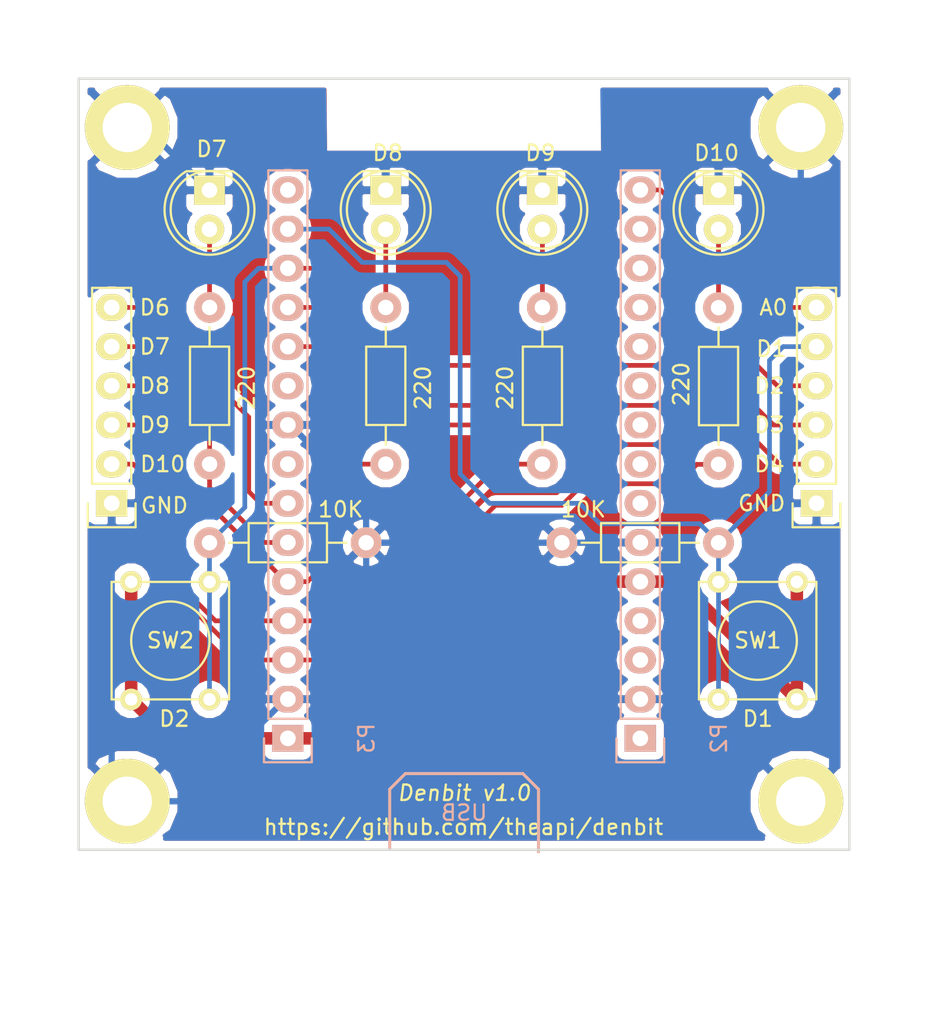
<source format=kicad_pcb>
(kicad_pcb (version 4) (host pcbnew 4.0.1-stable)

  (general
    (links 44)
    (no_connects 0)
    (area 120.251999 71.737999 170.402001 121.888001)
    (thickness 1.6)
    (drawings 37)
    (tracks 159)
    (zones 0)
    (modules 20)
    (nets 31)
  )

  (page A4)
  (title_block
    (title Denbit)
  )

  (layers
    (0 F.Cu signal)
    (31 B.Cu signal)
    (32 B.Adhes user)
    (33 F.Adhes user)
    (34 B.Paste user)
    (35 F.Paste user)
    (36 B.SilkS user)
    (37 F.SilkS user)
    (38 B.Mask user)
    (39 F.Mask user)
    (40 Dwgs.User user hide)
    (41 Cmts.User user)
    (42 Eco1.User user)
    (43 Eco2.User user)
    (44 Edge.Cuts user)
    (45 Margin user)
    (46 B.CrtYd user)
    (47 F.CrtYd user)
    (48 B.Fab user)
    (49 F.Fab user)
  )

  (setup
    (last_trace_width 0.305)
    (trace_clearance 0.2)
    (zone_clearance 0.508)
    (zone_45_only yes)
    (trace_min 0.2)
    (segment_width 0.2)
    (edge_width 0.15)
    (via_size 0.75)
    (via_drill 0.4)
    (via_min_size 0.75)
    (via_min_drill 0.4)
    (uvia_size 0.3)
    (uvia_drill 0.1)
    (uvias_allowed no)
    (uvia_min_size 0.2)
    (uvia_min_drill 0.1)
    (pcb_text_width 0.3)
    (pcb_text_size 1.5 1.5)
    (mod_edge_width 0.15)
    (mod_text_size 1 1)
    (mod_text_width 0.15)
    (pad_size 1.524 1.524)
    (pad_drill 0.762)
    (pad_to_mask_clearance 0.2)
    (aux_axis_origin 0 0)
    (grid_origin 145.332 96.81)
    (visible_elements 7FFFFF7F)
    (pcbplotparams
      (layerselection 0x00030_80000001)
      (usegerberextensions false)
      (excludeedgelayer true)
      (linewidth 0.100000)
      (plotframeref false)
      (viasonmask false)
      (mode 1)
      (useauxorigin false)
      (hpglpennumber 1)
      (hpglpenspeed 20)
      (hpglpendiameter 15)
      (hpglpenoverlay 2)
      (psnegative false)
      (psa4output false)
      (plotreference true)
      (plotvalue true)
      (plotinvisibletext false)
      (padsonsilk false)
      (subtractmaskfromsilk false)
      (outputformat 1)
      (mirror false)
      (drillshape 1)
      (scaleselection 1)
      (outputdirectory ""))
  )

  (net 0 "")
  (net 1 GND)
  (net 2 "Net-(D1-Pad2)")
  (net 3 "Net-(D2-Pad2)")
  (net 4 "Net-(D3-Pad2)")
  (net 5 "Net-(D4-Pad2)")
  (net 6 "Net-(P3-Pad15)")
  (net 7 A0)
  (net 8 "Net-(P2-Pad3)")
  (net 9 "Net-(P2-Pad4)")
  (net 10 "Net-(P2-Pad7)")
  (net 11 "Net-(P2-Pad8)")
  (net 12 "Net-(P2-Pad9)")
  (net 13 3V3)
  (net 14 "Net-(P2-Pad12)")
  (net 15 "Net-(P2-Pad13)")
  (net 16 "Net-(P2-Pad1)")
  (net 17 "Net-(P2-Pad10)")
  (net 18 "Net-(P2-Pad11)")
  (net 19 "Net-(P2-Pad14)")
  (net 20 D10)
  (net 21 D9)
  (net 22 D8)
  (net 23 D7)
  (net 24 D6)
  (net 25 "Net-(P3-Pad8)")
  (net 26 D4)
  (net 27 D3)
  (net 28 D2)
  (net 29 D1)
  (net 30 "Net-(P3-Pad10)")

  (net_class Default "This is the default net class."
    (clearance 0.2)
    (trace_width 0.305)
    (via_dia 0.75)
    (via_drill 0.4)
    (uvia_dia 0.3)
    (uvia_drill 0.1)
    (add_net A0)
    (add_net D1)
    (add_net D10)
    (add_net D2)
    (add_net D3)
    (add_net D4)
    (add_net D6)
    (add_net D7)
    (add_net D8)
    (add_net D9)
    (add_net "Net-(D1-Pad2)")
    (add_net "Net-(D2-Pad2)")
    (add_net "Net-(D3-Pad2)")
    (add_net "Net-(D4-Pad2)")
    (add_net "Net-(P2-Pad1)")
    (add_net "Net-(P2-Pad10)")
    (add_net "Net-(P2-Pad11)")
    (add_net "Net-(P2-Pad12)")
    (add_net "Net-(P2-Pad13)")
    (add_net "Net-(P2-Pad14)")
    (add_net "Net-(P2-Pad3)")
    (add_net "Net-(P2-Pad4)")
    (add_net "Net-(P2-Pad7)")
    (add_net "Net-(P2-Pad8)")
    (add_net "Net-(P2-Pad9)")
    (add_net "Net-(P3-Pad10)")
    (add_net "Net-(P3-Pad15)")
    (add_net "Net-(P3-Pad8)")
  )

  (net_class FAT ""
    (clearance 0.2)
    (trace_width 0.813)
    (via_dia 0.75)
    (via_drill 0.4)
    (uvia_dia 0.3)
    (uvia_drill 0.1)
    (add_net 3V3)
  )

  (net_class WIDE ""
    (clearance 0.2)
    (trace_width 0.406)
    (via_dia 0.75)
    (via_drill 0.4)
    (uvia_dia 0.3)
    (uvia_drill 0.1)
    (add_net GND)
  )

  (module LEDs:LED-5MM placed (layer F.Cu) (tedit 570FBF78) (tstamp 570F62C3)
    (at 128.817 79.045 270)
    (descr "LED 5mm round vertical")
    (tags "LED 5mm round vertical")
    (path /570F8EBD)
    (fp_text reference D1 (at 1.524 4.064 270) (layer F.SilkS) hide
      (effects (font (size 1 1) (thickness 0.15)))
    )
    (fp_text value LED (at 1.524 -3.937 270) (layer F.Fab)
      (effects (font (size 1 1) (thickness 0.15)))
    )
    (fp_line (start -1.5 -1.55) (end -1.5 1.55) (layer F.CrtYd) (width 0.05))
    (fp_arc (start 1.3 0) (end -1.5 1.55) (angle -302) (layer F.CrtYd) (width 0.05))
    (fp_arc (start 1.27 0) (end -1.23 -1.5) (angle 297.5) (layer F.SilkS) (width 0.15))
    (fp_line (start -1.23 1.5) (end -1.23 -1.5) (layer F.SilkS) (width 0.15))
    (fp_circle (center 1.27 0) (end 0.97 -2.5) (layer F.SilkS) (width 0.15))
    (fp_text user K (at -1.905 1.905 270) (layer F.SilkS) hide
      (effects (font (size 1 1) (thickness 0.15)))
    )
    (pad 1 thru_hole rect (at 0 0) (size 2 1.9) (drill 1.00076) (layers *.Cu *.Mask F.SilkS)
      (net 1 GND))
    (pad 2 thru_hole circle (at 2.54 0 270) (size 1.9 1.9) (drill 1.00076) (layers *.Cu *.Mask F.SilkS)
      (net 2 "Net-(D1-Pad2)"))
    (model LEDs.3dshapes/LED-5MM.wrl
      (at (xyz 0.05 0 0))
      (scale (xyz 1 1 1))
      (rotate (xyz 0 0 90))
    )
  )

  (module LEDs:LED-5MM placed (layer F.Cu) (tedit 570FBF7D) (tstamp 570F62C9)
    (at 140.247 79.045 270)
    (descr "LED 5mm round vertical")
    (tags "LED 5mm round vertical")
    (path /570F8EB1)
    (fp_text reference D2 (at 1.524 4.064 270) (layer F.SilkS) hide
      (effects (font (size 1 1) (thickness 0.15)))
    )
    (fp_text value LED (at 1.524 -3.937 270) (layer F.Fab)
      (effects (font (size 1 1) (thickness 0.15)))
    )
    (fp_line (start -1.5 -1.55) (end -1.5 1.55) (layer F.CrtYd) (width 0.05))
    (fp_arc (start 1.3 0) (end -1.5 1.55) (angle -302) (layer F.CrtYd) (width 0.05))
    (fp_arc (start 1.27 0) (end -1.23 -1.5) (angle 297.5) (layer F.SilkS) (width 0.15))
    (fp_line (start -1.23 1.5) (end -1.23 -1.5) (layer F.SilkS) (width 0.15))
    (fp_circle (center 1.27 0) (end 0.97 -2.5) (layer F.SilkS) (width 0.15))
    (fp_text user K (at -1.905 1.905 270) (layer F.SilkS) hide
      (effects (font (size 1 1) (thickness 0.15)))
    )
    (pad 1 thru_hole rect (at 0 0) (size 2 1.9) (drill 1.00076) (layers *.Cu *.Mask F.SilkS)
      (net 1 GND))
    (pad 2 thru_hole circle (at 2.54 0 270) (size 1.9 1.9) (drill 1.00076) (layers *.Cu *.Mask F.SilkS)
      (net 3 "Net-(D2-Pad2)"))
    (model LEDs.3dshapes/LED-5MM.wrl
      (at (xyz 0.05 0 0))
      (scale (xyz 1 1 1))
      (rotate (xyz 0 0 90))
    )
  )

  (module LEDs:LED-5MM placed (layer F.Cu) (tedit 570FBF82) (tstamp 570F62CF)
    (at 150.407 79.045 270)
    (descr "LED 5mm round vertical")
    (tags "LED 5mm round vertical")
    (path /570F8E13)
    (fp_text reference D3 (at 1.524 4.064 270) (layer F.SilkS) hide
      (effects (font (size 1 1) (thickness 0.15)))
    )
    (fp_text value LED (at 1.524 -3.937 270) (layer F.Fab)
      (effects (font (size 1 1) (thickness 0.15)))
    )
    (fp_line (start -1.5 -1.55) (end -1.5 1.55) (layer F.CrtYd) (width 0.05))
    (fp_arc (start 1.3 0) (end -1.5 1.55) (angle -302) (layer F.CrtYd) (width 0.05))
    (fp_arc (start 1.27 0) (end -1.23 -1.5) (angle 297.5) (layer F.SilkS) (width 0.15))
    (fp_line (start -1.23 1.5) (end -1.23 -1.5) (layer F.SilkS) (width 0.15))
    (fp_circle (center 1.27 0) (end 0.97 -2.5) (layer F.SilkS) (width 0.15))
    (fp_text user K (at -1.905 1.905 270) (layer F.SilkS) hide
      (effects (font (size 1 1) (thickness 0.15)))
    )
    (pad 1 thru_hole rect (at 0 0) (size 2 1.9) (drill 1.00076) (layers *.Cu *.Mask F.SilkS)
      (net 1 GND))
    (pad 2 thru_hole circle (at 2.54 0 270) (size 1.9 1.9) (drill 1.00076) (layers *.Cu *.Mask F.SilkS)
      (net 4 "Net-(D3-Pad2)"))
    (model LEDs.3dshapes/LED-5MM.wrl
      (at (xyz 0.05 0 0))
      (scale (xyz 1 1 1))
      (rotate (xyz 0 0 90))
    )
  )

  (module LEDs:LED-5MM placed (layer F.Cu) (tedit 570FBF87) (tstamp 570F62D5)
    (at 161.837 79.045 270)
    (descr "LED 5mm round vertical")
    (tags "LED 5mm round vertical")
    (path /570F675B)
    (fp_text reference D4 (at 1.524 4.064 270) (layer F.SilkS) hide
      (effects (font (size 1 1) (thickness 0.15)))
    )
    (fp_text value LED (at 1.524 -3.937 270) (layer F.Fab)
      (effects (font (size 1 1) (thickness 0.15)))
    )
    (fp_line (start -1.5 -1.55) (end -1.5 1.55) (layer F.CrtYd) (width 0.05))
    (fp_arc (start 1.3 0) (end -1.5 1.55) (angle -302) (layer F.CrtYd) (width 0.05))
    (fp_arc (start 1.27 0) (end -1.23 -1.5) (angle 297.5) (layer F.SilkS) (width 0.15))
    (fp_line (start -1.23 1.5) (end -1.23 -1.5) (layer F.SilkS) (width 0.15))
    (fp_circle (center 1.27 0) (end 0.97 -2.5) (layer F.SilkS) (width 0.15))
    (fp_text user K (at -1.905 1.905 270) (layer F.SilkS) hide
      (effects (font (size 1 1) (thickness 0.15)))
    )
    (pad 1 thru_hole rect (at 0 0) (size 2 1.9) (drill 1.00076) (layers *.Cu *.Mask F.SilkS)
      (net 1 GND))
    (pad 2 thru_hole circle (at 2.54 0 270) (size 1.9 1.9) (drill 1.00076) (layers *.Cu *.Mask F.SilkS)
      (net 5 "Net-(D4-Pad2)"))
    (model LEDs.3dshapes/LED-5MM.wrl
      (at (xyz 0.05 0 0))
      (scale (xyz 1 1 1))
      (rotate (xyz 0 0 90))
    )
  )

  (module Mounting_Holes:MountingHole_3.2mm_M3_ISO14580_Pad (layer F.Cu) (tedit 570FBE3A) (tstamp 570F74D6)
    (at 123.483 74.981 270)
    (descr "Mounting Hole 3.2mm, M3, ISO14580")
    (tags "mounting hole 3.2mm m3 iso14580")
    (path /570F7699)
    (fp_text reference P5 (at 0 -3.75 270) (layer F.SilkS) hide
      (effects (font (size 1 1) (thickness 0.15)))
    )
    (fp_text value CONN_01X01 (at 0 3.75 270) (layer F.Fab)
      (effects (font (size 1 1) (thickness 0.15)))
    )
    (fp_circle (center 0 0) (end 2.75 0) (layer Cmts.User) (width 0.15))
    (fp_circle (center 0 0) (end 3 0) (layer F.CrtYd) (width 0.05))
    (pad 1 thru_hole circle (at 0 0 270) (size 5.5 5.5) (drill 3.2) (layers *.Cu *.Mask F.SilkS)
      (net 1 GND))
  )

  (module Mounting_Holes:MountingHole_3.2mm_M3_ISO14580_Pad (layer F.Cu) (tedit 570FBE2F) (tstamp 570F74DB)
    (at 123.483 118.669 270)
    (descr "Mounting Hole 3.2mm, M3, ISO14580")
    (tags "mounting hole 3.2mm m3 iso14580")
    (path /570F78B5)
    (fp_text reference P6 (at 0 -3.75 270) (layer F.SilkS) hide
      (effects (font (size 1 1) (thickness 0.15)))
    )
    (fp_text value CONN_01X01 (at 0 3.75 270) (layer F.Fab)
      (effects (font (size 1 1) (thickness 0.15)))
    )
    (fp_circle (center 0 0) (end 2.75 0) (layer Cmts.User) (width 0.15))
    (fp_circle (center 0 0) (end 3 0) (layer F.CrtYd) (width 0.05))
    (pad 1 thru_hole circle (at 0 0 270) (size 5.5 5.5) (drill 3.2) (layers *.Cu *.Mask F.SilkS)
      (net 1 GND))
  )

  (module Mounting_Holes:MountingHole_3.2mm_M3_ISO14580_Pad (layer F.Cu) (tedit 570FBFE8) (tstamp 570F74E0)
    (at 167.171 74.981 270)
    (descr "Mounting Hole 3.2mm, M3, ISO14580")
    (tags "mounting hole 3.2mm m3 iso14580")
    (path /570F783F)
    (fp_text reference P7 (at 0 -3.75 270) (layer F.SilkS) hide
      (effects (font (size 1 1) (thickness 0.15)))
    )
    (fp_text value CONN_01X01 (at -0.127 -4.445 270) (layer F.Fab)
      (effects (font (size 1 1) (thickness 0.15)))
    )
    (fp_circle (center 0 0) (end 2.75 0) (layer Cmts.User) (width 0.15))
    (fp_circle (center 0 0) (end 3 0) (layer F.CrtYd) (width 0.05))
    (pad 1 thru_hole circle (at 0 0 270) (size 5.5 5.5) (drill 3.2) (layers *.Cu *.Mask F.SilkS)
      (net 1 GND))
  )

  (module Mounting_Holes:MountingHole_3.2mm_M3_ISO14580_Pad (layer F.Cu) (tedit 570FBFEF) (tstamp 570F74E5)
    (at 167.171 118.669 270)
    (descr "Mounting Hole 3.2mm, M3, ISO14580")
    (tags "mounting hole 3.2mm m3 iso14580")
    (path /570F78C1)
    (fp_text reference P8 (at 0 -3.75 270) (layer F.SilkS) hide
      (effects (font (size 1 1) (thickness 0.15)))
    )
    (fp_text value CONN_01X01 (at 0.381 -4.445 270) (layer F.Fab)
      (effects (font (size 1 1) (thickness 0.15)))
    )
    (fp_circle (center 0 0) (end 2.75 0) (layer Cmts.User) (width 0.15))
    (fp_circle (center 0 0) (end 3 0) (layer F.CrtYd) (width 0.05))
    (pad 1 thru_hole circle (at 0 0 270) (size 5.5 5.5) (drill 3.2) (layers *.Cu *.Mask F.SilkS)
      (net 1 GND))
  )

  (module Buttons_Switches_ThroughHole:SW_PUSH_SMALL (layer F.Cu) (tedit 570FBE25) (tstamp 570F918E)
    (at 164.377 108.255 270)
    (path /570F9210)
    (fp_text reference SW1 (at -0.015 -0.005 360) (layer F.SilkS)
      (effects (font (size 1 1) (thickness 0.15)))
    )
    (fp_text value SW_PUSH (at 0 1.016 270) (layer F.Fab)
      (effects (font (size 1 1) (thickness 0.15)))
    )
    (fp_circle (center 0 0) (end 0 -2.54) (layer F.SilkS) (width 0.15))
    (fp_line (start -3.81 -3.81) (end 3.81 -3.81) (layer F.SilkS) (width 0.15))
    (fp_line (start 3.81 -3.81) (end 3.81 3.81) (layer F.SilkS) (width 0.15))
    (fp_line (start 3.81 3.81) (end -3.81 3.81) (layer F.SilkS) (width 0.15))
    (fp_line (start -3.81 -3.81) (end -3.81 3.81) (layer F.SilkS) (width 0.15))
    (pad 1 thru_hole circle (at 3.81 -2.54 270) (size 1.397 1.397) (drill 0.8128) (layers *.Cu *.Mask F.SilkS)
      (net 13 3V3))
    (pad 2 thru_hole circle (at 3.81 2.54 270) (size 1.397 1.397) (drill 0.8128) (layers *.Cu *.Mask F.SilkS)
      (net 29 D1))
    (pad 1 thru_hole circle (at -3.81 -2.54 270) (size 1.397 1.397) (drill 0.8128) (layers *.Cu *.Mask F.SilkS)
      (net 13 3V3))
    (pad 2 thru_hole circle (at -3.81 2.54 270) (size 1.397 1.397) (drill 0.8128) (layers *.Cu *.Mask F.SilkS)
      (net 29 D1))
  )

  (module Buttons_Switches_ThroughHole:SW_PUSH_SMALL (layer F.Cu) (tedit 570FBE22) (tstamp 570F9196)
    (at 126.277 108.255 90)
    (path /570F927F)
    (fp_text reference SW2 (at 0.015 0.005 180) (layer F.SilkS)
      (effects (font (size 1 1) (thickness 0.15)))
    )
    (fp_text value SW_PUSH (at 0 1.016 90) (layer F.Fab)
      (effects (font (size 1 1) (thickness 0.15)))
    )
    (fp_circle (center 0 0) (end 0 -2.54) (layer F.SilkS) (width 0.15))
    (fp_line (start -3.81 -3.81) (end 3.81 -3.81) (layer F.SilkS) (width 0.15))
    (fp_line (start 3.81 -3.81) (end 3.81 3.81) (layer F.SilkS) (width 0.15))
    (fp_line (start 3.81 3.81) (end -3.81 3.81) (layer F.SilkS) (width 0.15))
    (fp_line (start -3.81 -3.81) (end -3.81 3.81) (layer F.SilkS) (width 0.15))
    (pad 1 thru_hole circle (at 3.81 -2.54 90) (size 1.397 1.397) (drill 0.8128) (layers *.Cu *.Mask F.SilkS)
      (net 13 3V3))
    (pad 2 thru_hole circle (at 3.81 2.54 90) (size 1.397 1.397) (drill 0.8128) (layers *.Cu *.Mask F.SilkS)
      (net 28 D2))
    (pad 1 thru_hole circle (at -3.81 -2.54 90) (size 1.397 1.397) (drill 0.8128) (layers *.Cu *.Mask F.SilkS)
      (net 13 3V3))
    (pad 2 thru_hole circle (at -3.81 2.54 90) (size 1.397 1.397) (drill 0.8128) (layers *.Cu *.Mask F.SilkS)
      (net 28 D2))
  )

  (module Socket_Strips:Socket_Strip_Straight_1x15 (layer B.Cu) (tedit 0) (tstamp 570F94AC)
    (at 156.762 114.59 90)
    (descr "Through hole socket strip")
    (tags "socket strip")
    (path /570F9B9A)
    (fp_text reference P2 (at 0 5.1 90) (layer B.SilkS)
      (effects (font (size 1 1) (thickness 0.15)) (justify mirror))
    )
    (fp_text value CONN_01X15 (at 0 3.1 90) (layer B.Fab)
      (effects (font (size 1 1) (thickness 0.15)) (justify mirror))
    )
    (fp_line (start -1.75 1.75) (end -1.75 -1.75) (layer B.CrtYd) (width 0.05))
    (fp_line (start 37.35 1.75) (end 37.35 -1.75) (layer B.CrtYd) (width 0.05))
    (fp_line (start -1.75 1.75) (end 37.35 1.75) (layer B.CrtYd) (width 0.05))
    (fp_line (start -1.75 -1.75) (end 37.35 -1.75) (layer B.CrtYd) (width 0.05))
    (fp_line (start 1.27 1.27) (end 36.83 1.27) (layer B.SilkS) (width 0.15))
    (fp_line (start 36.83 1.27) (end 36.83 -1.27) (layer B.SilkS) (width 0.15))
    (fp_line (start 36.83 -1.27) (end 1.27 -1.27) (layer B.SilkS) (width 0.15))
    (fp_line (start -1.55 -1.55) (end 0 -1.55) (layer B.SilkS) (width 0.15))
    (fp_line (start 1.27 -1.27) (end 1.27 1.27) (layer B.SilkS) (width 0.15))
    (fp_line (start 0 1.55) (end -1.55 1.55) (layer B.SilkS) (width 0.15))
    (fp_line (start -1.55 1.55) (end -1.55 -1.55) (layer B.SilkS) (width 0.15))
    (pad 1 thru_hole rect (at 0 0 90) (size 1.7272 2.032) (drill 1.016) (layers *.Cu *.Mask B.SilkS)
      (net 16 "Net-(P2-Pad1)"))
    (pad 2 thru_hole oval (at 2.54 0 90) (size 1.7272 2.032) (drill 1.016) (layers *.Cu *.Mask B.SilkS)
      (net 1 GND))
    (pad 3 thru_hole oval (at 5.08 0 90) (size 1.7272 2.032) (drill 1.016) (layers *.Cu *.Mask B.SilkS)
      (net 8 "Net-(P2-Pad3)"))
    (pad 4 thru_hole oval (at 7.62 0 90) (size 1.7272 2.032) (drill 1.016) (layers *.Cu *.Mask B.SilkS)
      (net 9 "Net-(P2-Pad4)"))
    (pad 5 thru_hole oval (at 10.16 0 90) (size 1.7272 2.032) (drill 1.016) (layers *.Cu *.Mask B.SilkS)
      (net 13 3V3))
    (pad 6 thru_hole oval (at 12.7 0 90) (size 1.7272 2.032) (drill 1.016) (layers *.Cu *.Mask B.SilkS)
      (net 1 GND))
    (pad 7 thru_hole oval (at 15.24 0 90) (size 1.7272 2.032) (drill 1.016) (layers *.Cu *.Mask B.SilkS)
      (net 10 "Net-(P2-Pad7)"))
    (pad 8 thru_hole oval (at 17.78 0 90) (size 1.7272 2.032) (drill 1.016) (layers *.Cu *.Mask B.SilkS)
      (net 11 "Net-(P2-Pad8)"))
    (pad 9 thru_hole oval (at 20.32 0 90) (size 1.7272 2.032) (drill 1.016) (layers *.Cu *.Mask B.SilkS)
      (net 12 "Net-(P2-Pad9)"))
    (pad 10 thru_hole oval (at 22.86 0 90) (size 1.7272 2.032) (drill 1.016) (layers *.Cu *.Mask B.SilkS)
      (net 17 "Net-(P2-Pad10)"))
    (pad 11 thru_hole oval (at 25.4 0 90) (size 1.7272 2.032) (drill 1.016) (layers *.Cu *.Mask B.SilkS)
      (net 18 "Net-(P2-Pad11)"))
    (pad 12 thru_hole oval (at 27.94 0 90) (size 1.7272 2.032) (drill 1.016) (layers *.Cu *.Mask B.SilkS)
      (net 14 "Net-(P2-Pad12)"))
    (pad 13 thru_hole oval (at 30.48 0 90) (size 1.7272 2.032) (drill 1.016) (layers *.Cu *.Mask B.SilkS)
      (net 15 "Net-(P2-Pad13)"))
    (pad 14 thru_hole oval (at 33.02 0 90) (size 1.7272 2.032) (drill 1.016) (layers *.Cu *.Mask B.SilkS)
      (net 19 "Net-(P2-Pad14)"))
    (pad 15 thru_hole oval (at 35.56 0 90) (size 1.7272 2.032) (drill 1.016) (layers *.Cu *.Mask B.SilkS)
      (net 7 A0))
    (model Socket_Strips.3dshapes/Socket_Strip_Straight_1x15.wrl
      (at (xyz 0.7 0 0))
      (scale (xyz 1 1 1))
      (rotate (xyz 0 0 180))
    )
  )

  (module Socket_Strips:Socket_Strip_Straight_1x15 (layer B.Cu) (tedit 0) (tstamp 570F94BE)
    (at 133.902 114.59 90)
    (descr "Through hole socket strip")
    (tags "socket strip")
    (path /570F9E13)
    (fp_text reference P3 (at 0 5.1 90) (layer B.SilkS)
      (effects (font (size 1 1) (thickness 0.15)) (justify mirror))
    )
    (fp_text value CONN_01X15 (at 0 3.1 90) (layer B.Fab)
      (effects (font (size 1 1) (thickness 0.15)) (justify mirror))
    )
    (fp_line (start -1.75 1.75) (end -1.75 -1.75) (layer B.CrtYd) (width 0.05))
    (fp_line (start 37.35 1.75) (end 37.35 -1.75) (layer B.CrtYd) (width 0.05))
    (fp_line (start -1.75 1.75) (end 37.35 1.75) (layer B.CrtYd) (width 0.05))
    (fp_line (start -1.75 -1.75) (end 37.35 -1.75) (layer B.CrtYd) (width 0.05))
    (fp_line (start 1.27 1.27) (end 36.83 1.27) (layer B.SilkS) (width 0.15))
    (fp_line (start 36.83 1.27) (end 36.83 -1.27) (layer B.SilkS) (width 0.15))
    (fp_line (start 36.83 -1.27) (end 1.27 -1.27) (layer B.SilkS) (width 0.15))
    (fp_line (start -1.55 -1.55) (end 0 -1.55) (layer B.SilkS) (width 0.15))
    (fp_line (start 1.27 -1.27) (end 1.27 1.27) (layer B.SilkS) (width 0.15))
    (fp_line (start 0 1.55) (end -1.55 1.55) (layer B.SilkS) (width 0.15))
    (fp_line (start -1.55 1.55) (end -1.55 -1.55) (layer B.SilkS) (width 0.15))
    (pad 1 thru_hole rect (at 0 0 90) (size 1.7272 2.032) (drill 1.016) (layers *.Cu *.Mask B.SilkS)
      (net 13 3V3))
    (pad 2 thru_hole oval (at 2.54 0 90) (size 1.7272 2.032) (drill 1.016) (layers *.Cu *.Mask B.SilkS)
      (net 1 GND))
    (pad 3 thru_hole oval (at 5.08 0 90) (size 1.7272 2.032) (drill 1.016) (layers *.Cu *.Mask B.SilkS)
      (net 20 D10))
    (pad 4 thru_hole oval (at 7.62 0 90) (size 1.7272 2.032) (drill 1.016) (layers *.Cu *.Mask B.SilkS)
      (net 21 D9))
    (pad 5 thru_hole oval (at 10.16 0 90) (size 1.7272 2.032) (drill 1.016) (layers *.Cu *.Mask B.SilkS)
      (net 22 D8))
    (pad 6 thru_hole oval (at 12.7 0 90) (size 1.7272 2.032) (drill 1.016) (layers *.Cu *.Mask B.SilkS)
      (net 23 D7))
    (pad 7 thru_hole oval (at 15.24 0 90) (size 1.7272 2.032) (drill 1.016) (layers *.Cu *.Mask B.SilkS)
      (net 24 D6))
    (pad 8 thru_hole oval (at 17.78 0 90) (size 1.7272 2.032) (drill 1.016) (layers *.Cu *.Mask B.SilkS)
      (net 25 "Net-(P3-Pad8)"))
    (pad 9 thru_hole oval (at 20.32 0 90) (size 1.7272 2.032) (drill 1.016) (layers *.Cu *.Mask B.SilkS)
      (net 1 GND))
    (pad 10 thru_hole oval (at 22.86 0 90) (size 1.7272 2.032) (drill 1.016) (layers *.Cu *.Mask B.SilkS)
      (net 30 "Net-(P3-Pad10)"))
    (pad 11 thru_hole oval (at 25.4 0 90) (size 1.7272 2.032) (drill 1.016) (layers *.Cu *.Mask B.SilkS)
      (net 26 D4))
    (pad 12 thru_hole oval (at 27.94 0 90) (size 1.7272 2.032) (drill 1.016) (layers *.Cu *.Mask B.SilkS)
      (net 27 D3))
    (pad 13 thru_hole oval (at 30.48 0 90) (size 1.7272 2.032) (drill 1.016) (layers *.Cu *.Mask B.SilkS)
      (net 28 D2))
    (pad 14 thru_hole oval (at 33.02 0 90) (size 1.7272 2.032) (drill 1.016) (layers *.Cu *.Mask B.SilkS)
      (net 29 D1))
    (pad 15 thru_hole oval (at 35.56 0 90) (size 1.7272 2.032) (drill 1.016) (layers *.Cu *.Mask B.SilkS)
      (net 6 "Net-(P3-Pad15)"))
    (model Socket_Strips.3dshapes/Socket_Strip_Straight_1x15.wrl
      (at (xyz 0.7 0 0))
      (scale (xyz 1 1 1))
      (rotate (xyz 0 0 180))
    )
  )

  (module Socket_Strips:Socket_Strip_Straight_1x06 (layer F.Cu) (tedit 570FFA63) (tstamp 570FA178)
    (at 168.192 99.35 90)
    (descr "Through hole socket strip")
    (tags "socket strip")
    (path /570FA03F)
    (fp_text reference P4 (at -2.667 -0.127 180) (layer F.SilkS) hide
      (effects (font (size 1 1) (thickness 0.15)))
    )
    (fp_text value CONN_01X06 (at 0 5.08 90) (layer F.Fab)
      (effects (font (size 1 1) (thickness 0.15)))
    )
    (fp_line (start -1.75 -1.75) (end -1.75 1.75) (layer F.CrtYd) (width 0.05))
    (fp_line (start 14.45 -1.75) (end 14.45 1.75) (layer F.CrtYd) (width 0.05))
    (fp_line (start -1.75 -1.75) (end 14.45 -1.75) (layer F.CrtYd) (width 0.05))
    (fp_line (start -1.75 1.75) (end 14.45 1.75) (layer F.CrtYd) (width 0.05))
    (fp_line (start 1.27 1.27) (end 13.97 1.27) (layer F.SilkS) (width 0.15))
    (fp_line (start 13.97 1.27) (end 13.97 -1.27) (layer F.SilkS) (width 0.15))
    (fp_line (start 13.97 -1.27) (end 1.27 -1.27) (layer F.SilkS) (width 0.15))
    (fp_line (start -1.55 1.55) (end 0 1.55) (layer F.SilkS) (width 0.15))
    (fp_line (start 1.27 1.27) (end 1.27 -1.27) (layer F.SilkS) (width 0.15))
    (fp_line (start 0 -1.55) (end -1.55 -1.55) (layer F.SilkS) (width 0.15))
    (fp_line (start -1.55 -1.55) (end -1.55 1.55) (layer F.SilkS) (width 0.15))
    (pad 1 thru_hole rect (at 0 0 90) (size 1.7272 2.032) (drill 1.016) (layers *.Cu *.Mask F.SilkS)
      (net 1 GND))
    (pad 2 thru_hole oval (at 2.54 0 90) (size 1.7272 2.032) (drill 1.016) (layers *.Cu *.Mask F.SilkS)
      (net 26 D4))
    (pad 3 thru_hole oval (at 5.08 0 90) (size 1.7272 2.032) (drill 1.016) (layers *.Cu *.Mask F.SilkS)
      (net 27 D3))
    (pad 4 thru_hole oval (at 7.62 0 90) (size 1.7272 2.032) (drill 1.016) (layers *.Cu *.Mask F.SilkS)
      (net 28 D2))
    (pad 5 thru_hole oval (at 10.16 0 90) (size 1.7272 2.032) (drill 1.016) (layers *.Cu *.Mask F.SilkS)
      (net 29 D1))
    (pad 6 thru_hole oval (at 12.7 0 90) (size 1.7272 2.032) (drill 1.016) (layers *.Cu *.Mask F.SilkS)
      (net 7 A0))
    (model Socket_Strips.3dshapes/Socket_Strip_Straight_1x06.wrl
      (at (xyz 0.25 0 0))
      (scale (xyz 1 1 1))
      (rotate (xyz 0 0 180))
    )
  )

  (module Socket_Strips:Socket_Strip_Straight_1x06 (layer F.Cu) (tedit 570FBDE3) (tstamp 570FA182)
    (at 122.472 99.35 90)
    (descr "Through hole socket strip")
    (tags "socket strip")
    (path /570FA0CA)
    (fp_text reference P9 (at -2.921 0.127 180) (layer F.SilkS) hide
      (effects (font (size 1 1) (thickness 0.15)))
    )
    (fp_text value CONN_01X06 (at 0 -3.1 90) (layer F.Fab)
      (effects (font (size 1 1) (thickness 0.15)))
    )
    (fp_line (start -1.75 -1.75) (end -1.75 1.75) (layer F.CrtYd) (width 0.05))
    (fp_line (start 14.45 -1.75) (end 14.45 1.75) (layer F.CrtYd) (width 0.05))
    (fp_line (start -1.75 -1.75) (end 14.45 -1.75) (layer F.CrtYd) (width 0.05))
    (fp_line (start -1.75 1.75) (end 14.45 1.75) (layer F.CrtYd) (width 0.05))
    (fp_line (start 1.27 1.27) (end 13.97 1.27) (layer F.SilkS) (width 0.15))
    (fp_line (start 13.97 1.27) (end 13.97 -1.27) (layer F.SilkS) (width 0.15))
    (fp_line (start 13.97 -1.27) (end 1.27 -1.27) (layer F.SilkS) (width 0.15))
    (fp_line (start -1.55 1.55) (end 0 1.55) (layer F.SilkS) (width 0.15))
    (fp_line (start 1.27 1.27) (end 1.27 -1.27) (layer F.SilkS) (width 0.15))
    (fp_line (start 0 -1.55) (end -1.55 -1.55) (layer F.SilkS) (width 0.15))
    (fp_line (start -1.55 -1.55) (end -1.55 1.55) (layer F.SilkS) (width 0.15))
    (pad 1 thru_hole rect (at 0 0 90) (size 1.7272 2.032) (drill 1.016) (layers *.Cu *.Mask F.SilkS)
      (net 1 GND))
    (pad 2 thru_hole oval (at 2.54 0 90) (size 1.7272 2.032) (drill 1.016) (layers *.Cu *.Mask F.SilkS)
      (net 20 D10))
    (pad 3 thru_hole oval (at 5.08 0 90) (size 1.7272 2.032) (drill 1.016) (layers *.Cu *.Mask F.SilkS)
      (net 21 D9))
    (pad 4 thru_hole oval (at 7.62 0 90) (size 1.7272 2.032) (drill 1.016) (layers *.Cu *.Mask F.SilkS)
      (net 22 D8))
    (pad 5 thru_hole oval (at 10.16 0 90) (size 1.7272 2.032) (drill 1.016) (layers *.Cu *.Mask F.SilkS)
      (net 23 D7))
    (pad 6 thru_hole oval (at 12.7 0 90) (size 1.7272 2.032) (drill 1.016) (layers *.Cu *.Mask F.SilkS)
      (net 24 D6))
    (model Socket_Strips.3dshapes/Socket_Strip_Straight_1x06.wrl
      (at (xyz 0.25 0 0))
      (scale (xyz 1 1 1))
      (rotate (xyz 0 0 180))
    )
  )

  (module Resistors_ThroughHole:Resistor_Horizontal_RM10mm (layer F.Cu) (tedit 570FBF45) (tstamp 570FA5B3)
    (at 151.677 101.905)
    (descr "Resistor, Axial,  RM 10mm, 1/3W")
    (tags "Resistor Axial RM 10mm 1/3W")
    (path /570FAF94)
    (fp_text reference R1 (at 2.159 -2.159) (layer F.SilkS) hide
      (effects (font (size 1 1) (thickness 0.15)))
    )
    (fp_text value 10K (at 1.397 -2.159) (layer F.SilkS)
      (effects (font (size 1 1) (thickness 0.15)))
    )
    (fp_line (start -1.25 -1.5) (end 11.4 -1.5) (layer F.CrtYd) (width 0.05))
    (fp_line (start -1.25 1.5) (end -1.25 -1.5) (layer F.CrtYd) (width 0.05))
    (fp_line (start 11.4 -1.5) (end 11.4 1.5) (layer F.CrtYd) (width 0.05))
    (fp_line (start -1.25 1.5) (end 11.4 1.5) (layer F.CrtYd) (width 0.05))
    (fp_line (start 2.54 -1.27) (end 7.62 -1.27) (layer F.SilkS) (width 0.15))
    (fp_line (start 7.62 -1.27) (end 7.62 1.27) (layer F.SilkS) (width 0.15))
    (fp_line (start 7.62 1.27) (end 2.54 1.27) (layer F.SilkS) (width 0.15))
    (fp_line (start 2.54 1.27) (end 2.54 -1.27) (layer F.SilkS) (width 0.15))
    (fp_line (start 2.54 0) (end 1.27 0) (layer F.SilkS) (width 0.15))
    (fp_line (start 7.62 0) (end 8.89 0) (layer F.SilkS) (width 0.15))
    (pad 1 thru_hole circle (at 0 0) (size 1.99898 1.99898) (drill 1.00076) (layers *.Cu *.SilkS *.Mask)
      (net 1 GND))
    (pad 2 thru_hole circle (at 10.16 0) (size 1.99898 1.99898) (drill 1.00076) (layers *.Cu *.SilkS *.Mask)
      (net 29 D1))
    (model Resistors_ThroughHole.3dshapes/Resistor_Horizontal_RM10mm.wrl
      (at (xyz 0.2 0 0))
      (scale (xyz 0.4 0.4 0.4))
      (rotate (xyz 0 0 0))
    )
  )

  (module Resistors_ThroughHole:Resistor_Horizontal_RM10mm (layer F.Cu) (tedit 570FBF33) (tstamp 570FA5B8)
    (at 138.977 101.905 180)
    (descr "Resistor, Axial,  RM 10mm, 1/3W")
    (tags "Resistor Axial RM 10mm 1/3W")
    (path /570FB0D0)
    (fp_text reference R2 (at 1.905 2.159 180) (layer F.SilkS) hide
      (effects (font (size 1 1) (thickness 0.15)))
    )
    (fp_text value 10K (at 1.651 2.159 180) (layer F.SilkS)
      (effects (font (size 1 1) (thickness 0.15)))
    )
    (fp_line (start -1.25 -1.5) (end 11.4 -1.5) (layer F.CrtYd) (width 0.05))
    (fp_line (start -1.25 1.5) (end -1.25 -1.5) (layer F.CrtYd) (width 0.05))
    (fp_line (start 11.4 -1.5) (end 11.4 1.5) (layer F.CrtYd) (width 0.05))
    (fp_line (start -1.25 1.5) (end 11.4 1.5) (layer F.CrtYd) (width 0.05))
    (fp_line (start 2.54 -1.27) (end 7.62 -1.27) (layer F.SilkS) (width 0.15))
    (fp_line (start 7.62 -1.27) (end 7.62 1.27) (layer F.SilkS) (width 0.15))
    (fp_line (start 7.62 1.27) (end 2.54 1.27) (layer F.SilkS) (width 0.15))
    (fp_line (start 2.54 1.27) (end 2.54 -1.27) (layer F.SilkS) (width 0.15))
    (fp_line (start 2.54 0) (end 1.27 0) (layer F.SilkS) (width 0.15))
    (fp_line (start 7.62 0) (end 8.89 0) (layer F.SilkS) (width 0.15))
    (pad 1 thru_hole circle (at 0 0 180) (size 1.99898 1.99898) (drill 1.00076) (layers *.Cu *.SilkS *.Mask)
      (net 1 GND))
    (pad 2 thru_hole circle (at 10.16 0 180) (size 1.99898 1.99898) (drill 1.00076) (layers *.Cu *.SilkS *.Mask)
      (net 28 D2))
    (model Resistors_ThroughHole.3dshapes/Resistor_Horizontal_RM10mm.wrl
      (at (xyz 0.2 0 0))
      (scale (xyz 0.4 0.4 0.4))
      (rotate (xyz 0 0 0))
    )
  )

  (module Resistors_ThroughHole:Resistor_Horizontal_RM10mm (layer F.Cu) (tedit 570FBF04) (tstamp 570FA5BD)
    (at 128.822 86.65 270)
    (descr "Resistor, Axial,  RM 10mm, 1/3W")
    (tags "Resistor Axial RM 10mm 1/3W")
    (path /570F8EC3)
    (fp_text reference R3 (at 5.207 -2.413 270) (layer F.SilkS) hide
      (effects (font (size 1 1) (thickness 0.15)))
    )
    (fp_text value 220 (at 5.207 -2.413 270) (layer F.SilkS)
      (effects (font (size 1 1) (thickness 0.15)))
    )
    (fp_line (start -1.25 -1.5) (end 11.4 -1.5) (layer F.CrtYd) (width 0.05))
    (fp_line (start -1.25 1.5) (end -1.25 -1.5) (layer F.CrtYd) (width 0.05))
    (fp_line (start 11.4 -1.5) (end 11.4 1.5) (layer F.CrtYd) (width 0.05))
    (fp_line (start -1.25 1.5) (end 11.4 1.5) (layer F.CrtYd) (width 0.05))
    (fp_line (start 2.54 -1.27) (end 7.62 -1.27) (layer F.SilkS) (width 0.15))
    (fp_line (start 7.62 -1.27) (end 7.62 1.27) (layer F.SilkS) (width 0.15))
    (fp_line (start 7.62 1.27) (end 2.54 1.27) (layer F.SilkS) (width 0.15))
    (fp_line (start 2.54 1.27) (end 2.54 -1.27) (layer F.SilkS) (width 0.15))
    (fp_line (start 2.54 0) (end 1.27 0) (layer F.SilkS) (width 0.15))
    (fp_line (start 7.62 0) (end 8.89 0) (layer F.SilkS) (width 0.15))
    (pad 1 thru_hole circle (at 0 0 270) (size 1.99898 1.99898) (drill 1.00076) (layers *.Cu *.SilkS *.Mask)
      (net 2 "Net-(D1-Pad2)"))
    (pad 2 thru_hole circle (at 10.16 0 270) (size 1.99898 1.99898) (drill 1.00076) (layers *.Cu *.SilkS *.Mask)
      (net 23 D7))
    (model Resistors_ThroughHole.3dshapes/Resistor_Horizontal_RM10mm.wrl
      (at (xyz 0.2 0 0))
      (scale (xyz 0.4 0.4 0.4))
      (rotate (xyz 0 0 0))
    )
  )

  (module Resistors_ThroughHole:Resistor_Horizontal_RM10mm (layer F.Cu) (tedit 570FBEE6) (tstamp 570FA5C2)
    (at 161.837 86.665 270)
    (descr "Resistor, Axial,  RM 10mm, 1/3W")
    (tags "Resistor Axial RM 10mm 1/3W")
    (path /570F67D8)
    (fp_text reference R4 (at 4.953 2.159 270) (layer F.SilkS) hide
      (effects (font (size 1 1) (thickness 0.15)))
    )
    (fp_text value 220 (at 4.953 2.413 270) (layer F.SilkS)
      (effects (font (size 1 1) (thickness 0.15)))
    )
    (fp_line (start -1.25 -1.5) (end 11.4 -1.5) (layer F.CrtYd) (width 0.05))
    (fp_line (start -1.25 1.5) (end -1.25 -1.5) (layer F.CrtYd) (width 0.05))
    (fp_line (start 11.4 -1.5) (end 11.4 1.5) (layer F.CrtYd) (width 0.05))
    (fp_line (start -1.25 1.5) (end 11.4 1.5) (layer F.CrtYd) (width 0.05))
    (fp_line (start 2.54 -1.27) (end 7.62 -1.27) (layer F.SilkS) (width 0.15))
    (fp_line (start 7.62 -1.27) (end 7.62 1.27) (layer F.SilkS) (width 0.15))
    (fp_line (start 7.62 1.27) (end 2.54 1.27) (layer F.SilkS) (width 0.15))
    (fp_line (start 2.54 1.27) (end 2.54 -1.27) (layer F.SilkS) (width 0.15))
    (fp_line (start 2.54 0) (end 1.27 0) (layer F.SilkS) (width 0.15))
    (fp_line (start 7.62 0) (end 8.89 0) (layer F.SilkS) (width 0.15))
    (pad 1 thru_hole circle (at 0 0 270) (size 1.99898 1.99898) (drill 1.00076) (layers *.Cu *.SilkS *.Mask)
      (net 5 "Net-(D4-Pad2)"))
    (pad 2 thru_hole circle (at 10.16 0 270) (size 1.99898 1.99898) (drill 1.00076) (layers *.Cu *.SilkS *.Mask)
      (net 20 D10))
    (model Resistors_ThroughHole.3dshapes/Resistor_Horizontal_RM10mm.wrl
      (at (xyz 0.2 0 0))
      (scale (xyz 0.4 0.4 0.4))
      (rotate (xyz 0 0 0))
    )
  )

  (module Resistors_ThroughHole:Resistor_Horizontal_RM10mm (layer F.Cu) (tedit 570FBEB8) (tstamp 570FA5C7)
    (at 140.252 86.65 270)
    (descr "Resistor, Axial,  RM 10mm, 1/3W")
    (tags "Resistor Axial RM 10mm 1/3W")
    (path /570F8EB7)
    (fp_text reference R5 (at 5.207 -2.413 270) (layer F.SilkS) hide
      (effects (font (size 1 1) (thickness 0.15)))
    )
    (fp_text value 220 (at 5.207 -2.413 270) (layer F.SilkS)
      (effects (font (size 1 1) (thickness 0.15)))
    )
    (fp_line (start -1.25 -1.5) (end 11.4 -1.5) (layer F.CrtYd) (width 0.05))
    (fp_line (start -1.25 1.5) (end -1.25 -1.5) (layer F.CrtYd) (width 0.05))
    (fp_line (start 11.4 -1.5) (end 11.4 1.5) (layer F.CrtYd) (width 0.05))
    (fp_line (start -1.25 1.5) (end 11.4 1.5) (layer F.CrtYd) (width 0.05))
    (fp_line (start 2.54 -1.27) (end 7.62 -1.27) (layer F.SilkS) (width 0.15))
    (fp_line (start 7.62 -1.27) (end 7.62 1.27) (layer F.SilkS) (width 0.15))
    (fp_line (start 7.62 1.27) (end 2.54 1.27) (layer F.SilkS) (width 0.15))
    (fp_line (start 2.54 1.27) (end 2.54 -1.27) (layer F.SilkS) (width 0.15))
    (fp_line (start 2.54 0) (end 1.27 0) (layer F.SilkS) (width 0.15))
    (fp_line (start 7.62 0) (end 8.89 0) (layer F.SilkS) (width 0.15))
    (pad 1 thru_hole circle (at 0 0 270) (size 1.99898 1.99898) (drill 1.00076) (layers *.Cu *.SilkS *.Mask)
      (net 3 "Net-(D2-Pad2)"))
    (pad 2 thru_hole circle (at 10.16 0 270) (size 1.99898 1.99898) (drill 1.00076) (layers *.Cu *.SilkS *.Mask)
      (net 22 D8))
    (model Resistors_ThroughHole.3dshapes/Resistor_Horizontal_RM10mm.wrl
      (at (xyz 0.2 0 0))
      (scale (xyz 0.4 0.4 0.4))
      (rotate (xyz 0 0 0))
    )
  )

  (module Resistors_ThroughHole:Resistor_Horizontal_RM10mm (layer F.Cu) (tedit 570FBEC8) (tstamp 570FA5CC)
    (at 150.412 86.65 270)
    (descr "Resistor, Axial,  RM 10mm, 1/3W")
    (tags "Resistor Axial RM 10mm 1/3W")
    (path /570F8E19)
    (fp_text reference R6 (at 5.207 2.159 270) (layer F.SilkS) hide
      (effects (font (size 1 1) (thickness 0.15)))
    )
    (fp_text value 220 (at 5.207 2.413 270) (layer F.SilkS)
      (effects (font (size 1 1) (thickness 0.15)))
    )
    (fp_line (start -1.25 -1.5) (end 11.4 -1.5) (layer F.CrtYd) (width 0.05))
    (fp_line (start -1.25 1.5) (end -1.25 -1.5) (layer F.CrtYd) (width 0.05))
    (fp_line (start 11.4 -1.5) (end 11.4 1.5) (layer F.CrtYd) (width 0.05))
    (fp_line (start -1.25 1.5) (end 11.4 1.5) (layer F.CrtYd) (width 0.05))
    (fp_line (start 2.54 -1.27) (end 7.62 -1.27) (layer F.SilkS) (width 0.15))
    (fp_line (start 7.62 -1.27) (end 7.62 1.27) (layer F.SilkS) (width 0.15))
    (fp_line (start 7.62 1.27) (end 2.54 1.27) (layer F.SilkS) (width 0.15))
    (fp_line (start 2.54 1.27) (end 2.54 -1.27) (layer F.SilkS) (width 0.15))
    (fp_line (start 2.54 0) (end 1.27 0) (layer F.SilkS) (width 0.15))
    (fp_line (start 7.62 0) (end 8.89 0) (layer F.SilkS) (width 0.15))
    (pad 1 thru_hole circle (at 0 0 270) (size 1.99898 1.99898) (drill 1.00076) (layers *.Cu *.SilkS *.Mask)
      (net 4 "Net-(D3-Pad2)"))
    (pad 2 thru_hole circle (at 10.16 0 270) (size 1.99898 1.99898) (drill 1.00076) (layers *.Cu *.SilkS *.Mask)
      (net 21 D9))
    (model Resistors_ThroughHole.3dshapes/Resistor_Horizontal_RM10mm.wrl
      (at (xyz 0.2 0 0))
      (scale (xyz 0.4 0.4 0.4))
      (rotate (xyz 0 0 0))
    )
  )

  (gr_text D2 (at 126.536 113.32) (layer F.SilkS) (tstamp 57100C31)
    (effects (font (size 1 1) (thickness 0.15)))
  )
  (gr_text D1 (at 164.382 113.32) (layer F.SilkS) (tstamp 57100C07)
    (effects (font (size 1 1) (thickness 0.15)))
  )
  (gr_text USB (at 145.332 119.416) (layer B.SilkS)
    (effects (font (size 1 1) (thickness 0.15)) (justify mirror))
  )
  (gr_line (start 150.158 117.892) (end 150.158 121.956) (angle 90) (layer B.SilkS) (width 0.2))
  (gr_line (start 149.142 116.876) (end 150.158 117.892) (angle 90) (layer B.SilkS) (width 0.2))
  (gr_line (start 141.522 116.876) (end 149.142 116.876) (angle 90) (layer B.SilkS) (width 0.2))
  (gr_line (start 140.506 117.892) (end 141.522 116.876) (angle 90) (layer B.SilkS) (width 0.2))
  (gr_line (start 140.506 121.702) (end 140.506 117.892) (angle 90) (layer B.SilkS) (width 0.2))
  (gr_text https://github.com/theapi/denbit (at 145.292 120.34) (layer F.SilkS)
    (effects (font (size 1 1) (thickness 0.15)))
  )
  (gr_text "Denbit v1.0" (at 145.342 118.13) (layer F.SilkS)
    (effects (font (size 1 1) (thickness 0.15) italic))
  )
  (gr_text D10 (at 161.71 76.632) (layer F.SilkS)
    (effects (font (size 1 1) (thickness 0.15)))
  )
  (gr_text D9 (at 150.28 76.632) (layer F.SilkS)
    (effects (font (size 1 1) (thickness 0.15)))
  )
  (gr_text D8 (at 140.374 76.632) (layer F.SilkS)
    (effects (font (size 1 1) (thickness 0.15)))
  )
  (gr_text D7 (at 128.944 76.378) (layer F.SilkS)
    (effects (font (size 1 1) (thickness 0.15)))
  )
  (gr_text A0 (at 165.398 86.65) (layer F.SilkS)
    (effects (font (size 1 1) (thickness 0.15)))
  )
  (gr_text D1 (at 165.266 89.332) (layer F.SilkS)
    (effects (font (size 1 1) (thickness 0.15)))
  )
  (gr_text D2 (at 165.144 91.73) (layer F.SilkS)
    (effects (font (size 1 1) (thickness 0.15)))
  )
  (gr_text D3 (at 165.144 94.27) (layer F.SilkS)
    (effects (font (size 1 1) (thickness 0.15)))
  )
  (gr_text D4 (at 165.144 96.81) (layer F.SilkS)
    (effects (font (size 1 1) (thickness 0.15)))
  )
  (gr_text GND (at 164.636 99.35) (layer F.SilkS)
    (effects (font (size 1 1) (thickness 0.15)))
  )
  (gr_text D6 (at 125.266 86.65) (layer F.SilkS)
    (effects (font (size 1 1) (thickness 0.15)))
  )
  (gr_text D7 (at 125.266 89.19) (layer F.SilkS)
    (effects (font (size 1 1) (thickness 0.15)))
  )
  (gr_text D8 (at 125.266 91.73) (layer F.SilkS)
    (effects (font (size 1 1) (thickness 0.15)))
  )
  (gr_text D9 (at 125.266 94.27) (layer F.SilkS)
    (effects (font (size 1 1) (thickness 0.15)))
  )
  (gr_text D10 (at 125.774 96.81) (layer F.SilkS)
    (effects (font (size 1 1) (thickness 0.15)))
  )
  (gr_text GND (at 125.896 99.492) (layer F.SilkS)
    (effects (font (size 1 1) (thickness 0.15)))
  )
  (gr_line (start 132.551 72.529) (end 157.951 72.529) (angle 90) (layer Dwgs.User) (width 0.2))
  (gr_line (start 132.551 120.789) (end 132.551 72.529) (angle 90) (layer Dwgs.User) (width 0.2))
  (gr_line (start 157.951 120.789) (end 132.551 120.789) (angle 90) (layer Dwgs.User) (width 0.2))
  (gr_line (start 157.951 72.529) (end 157.951 120.789) (angle 90) (layer Dwgs.User) (width 0.2))
  (dimension 25.4 (width 0.3) (layer Cmts.User)
    (gr_text "25.400 mm" (at 145.327 133.723) (layer Cmts.User)
      (effects (font (size 1.5 1.5) (thickness 0.3)))
    )
    (feature1 (pts (xy 132.627 71.413) (xy 132.627 135.073)))
    (feature2 (pts (xy 158.027 71.413) (xy 158.027 135.073)))
    (crossbar (pts (xy 158.027 132.373) (xy 132.627 132.373)))
    (arrow1a (pts (xy 132.627 132.373) (xy 133.753504 131.786579)))
    (arrow1b (pts (xy 132.627 132.373) (xy 133.753504 132.959421)))
    (arrow2a (pts (xy 158.027 132.373) (xy 156.900496 131.786579)))
    (arrow2b (pts (xy 158.027 132.373) (xy 156.900496 132.959421)))
  )
  (gr_line (start 145.327 66.813) (end 145.327 126.813) (angle 90) (layer Cmts.User) (width 0.2))
  (gr_line (start 175.327 96.813) (end 115.327 96.813) (angle 90) (layer Cmts.User) (width 0.2))
  (gr_line (start 120.327 71.813) (end 170.327 71.813) (angle 90) (layer Edge.Cuts) (width 0.15))
  (gr_line (start 120.327 121.813) (end 120.327 71.813) (angle 90) (layer Edge.Cuts) (width 0.15))
  (gr_line (start 170.327 121.813) (end 120.327 121.813) (angle 90) (layer Edge.Cuts) (width 0.15))
  (gr_line (start 170.327 71.813) (end 170.327 121.813) (angle 90) (layer Edge.Cuts) (width 0.15))

  (segment (start 150.407 79.045) (end 151.712 79.045) (width 0.406) (layer B.Cu) (net 1))
  (segment (start 151.712 79.045) (end 153.251 77.506) (width 0.406) (layer B.Cu) (net 1))
  (segment (start 153.251 77.506) (end 158.993 77.506) (width 0.406) (layer B.Cu) (net 1))
  (segment (start 158.993 77.506) (end 160.532 79.045) (width 0.406) (layer B.Cu) (net 1))
  (segment (start 160.532 79.045) (end 161.837 79.045) (width 0.406) (layer B.Cu) (net 1))
  (segment (start 140.247 79.045) (end 140.247 77.79) (width 0.406) (layer B.Cu) (net 1))
  (segment (start 139.836 77.379) (end 131.788 77.379) (width 0.406) (layer B.Cu) (net 1))
  (segment (start 140.247 77.79) (end 139.836 77.379) (width 0.406) (layer B.Cu) (net 1))
  (segment (start 131.788 77.379) (end 130.122 79.045) (width 0.406) (layer B.Cu) (net 1))
  (segment (start 130.122 79.045) (end 128.817 79.045) (width 0.406) (layer B.Cu) (net 1))
  (segment (start 156.762 112.05) (end 159.175 112.05) (width 0.406) (layer F.Cu) (net 1))
  (segment (start 159.175 112.05) (end 163.044001 115.919001) (width 0.406) (layer F.Cu) (net 1))
  (segment (start 163.044001 115.919001) (end 164.421001 115.919001) (width 0.406) (layer F.Cu) (net 1))
  (segment (start 164.421001 115.919001) (end 167.171 118.669) (width 0.406) (layer F.Cu) (net 1))
  (segment (start 123.483 118.669) (end 135.157 118.669) (width 0.406) (layer B.Cu) (net 1))
  (segment (start 135.157 118.669) (end 138.982 114.844) (width 0.406) (layer B.Cu) (net 1))
  (segment (start 138.982 114.844) (end 138.982 101.91) (width 0.406) (layer B.Cu) (net 1))
  (segment (start 138.982 101.91) (end 138.977 101.905) (width 0.406) (layer B.Cu) (net 1))
  (segment (start 122.472 99.35) (end 122.472 117.658) (width 0.406) (layer B.Cu) (net 1))
  (segment (start 122.472 117.658) (end 123.483 118.669) (width 0.406) (layer B.Cu) (net 1))
  (segment (start 151.677 101.905) (end 156.747 101.905) (width 0.406) (layer B.Cu) (net 1))
  (segment (start 156.747 101.905) (end 156.762 101.89) (width 0.406) (layer B.Cu) (net 1))
  (segment (start 168.192 99.35) (end 168.192 101.382) (width 0.406) (layer B.Cu) (net 1))
  (segment (start 168.192 101.382) (end 169.208 102.398) (width 0.406) (layer B.Cu) (net 1))
  (segment (start 169.208 102.398) (end 169.208 116.632) (width 0.406) (layer B.Cu) (net 1))
  (segment (start 169.208 116.632) (end 167.171 118.669) (width 0.406) (layer B.Cu) (net 1))
  (segment (start 161.837 79.045) (end 166.996087 79.045) (width 0.406) (layer B.Cu) (net 1))
  (segment (start 167.171 78.870087) (end 167.171 74.981) (width 0.406) (layer B.Cu) (net 1))
  (segment (start 166.996087 79.045) (end 167.171 78.870087) (width 0.406) (layer B.Cu) (net 1))
  (segment (start 140.247 79.045) (end 150.407 79.045) (width 0.406) (layer B.Cu) (net 1))
  (segment (start 128.817 79.045) (end 128.767 79.045) (width 0.406) (layer B.Cu) (net 1))
  (segment (start 128.767 79.045) (end 124.703 74.981) (width 0.406) (layer B.Cu) (net 1))
  (segment (start 124.703 74.981) (end 123.483 74.981) (width 0.406) (layer B.Cu) (net 1))
  (segment (start 133.902 94.27) (end 134.0544 94.27) (width 0.406) (layer B.Cu) (net 1))
  (segment (start 134.0544 94.27) (end 138.977 99.1926) (width 0.406) (layer B.Cu) (net 1))
  (segment (start 138.977 99.1926) (end 138.977 100.491508) (width 0.406) (layer B.Cu) (net 1))
  (segment (start 138.977 100.491508) (end 138.977 101.905) (width 0.406) (layer B.Cu) (net 1))
  (segment (start 138.977 101.905) (end 140.390492 101.905) (width 0.406) (layer B.Cu) (net 1))
  (segment (start 140.390492 101.905) (end 151.677 101.905) (width 0.406) (layer B.Cu) (net 1))
  (segment (start 133.902 112.05) (end 133.7496 112.05) (width 0.406) (layer B.Cu) (net 1))
  (segment (start 133.7496 112.05) (end 129.880599 115.919001) (width 0.406) (layer B.Cu) (net 1))
  (segment (start 126.232999 115.919001) (end 123.483 118.669) (width 0.406) (layer B.Cu) (net 1))
  (segment (start 129.880599 115.919001) (end 126.232999 115.919001) (width 0.406) (layer B.Cu) (net 1))
  (segment (start 128.822 86.65) (end 128.822 81.59) (width 0.305) (layer F.Cu) (net 2))
  (segment (start 128.822 81.59) (end 128.817 81.585) (width 0.305) (layer F.Cu) (net 2) (tstamp 570FFB9D))
  (segment (start 140.252 86.65) (end 140.252 81.59) (width 0.305) (layer F.Cu) (net 3))
  (segment (start 140.252 81.59) (end 140.247 81.585) (width 0.305) (layer F.Cu) (net 3) (tstamp 570FFB95))
  (segment (start 150.412 86.65) (end 150.412 81.59) (width 0.305) (layer F.Cu) (net 4))
  (segment (start 150.412 81.59) (end 150.407 81.585) (width 0.305) (layer F.Cu) (net 4) (tstamp 570FFB92))
  (segment (start 161.837 86.665) (end 161.837 81.585) (width 0.305) (layer F.Cu) (net 5))
  (segment (start 156.762 79.03) (end 158.083 79.03) (width 0.305) (layer F.Cu) (net 7))
  (segment (start 158.083 79.03) (end 159.683 80.63) (width 0.305) (layer F.Cu) (net 7))
  (segment (start 159.683 80.63) (end 159.683 87.793) (width 0.305) (layer F.Cu) (net 7))
  (segment (start 166.16 86.65) (end 168.192 86.65) (width 0.305) (layer F.Cu) (net 7))
  (segment (start 159.683 87.793) (end 161.08 89.19) (width 0.305) (layer F.Cu) (net 7))
  (segment (start 161.08 89.19) (end 163.62 89.19) (width 0.305) (layer F.Cu) (net 7))
  (segment (start 163.62 89.19) (end 166.16 86.65) (width 0.305) (layer F.Cu) (net 7))
  (segment (start 168.0396 86.65) (end 168.192 86.65) (width 0.305) (layer B.Cu) (net 7))
  (segment (start 133.902 114.59) (end 136.061 114.59) (width 0.813) (layer F.Cu) (net 13))
  (segment (start 138.474 110.526) (end 144.57 104.43) (width 0.813) (layer F.Cu) (net 13))
  (segment (start 136.061 114.59) (end 138.474 112.177) (width 0.813) (layer F.Cu) (net 13))
  (segment (start 138.474 112.177) (end 138.474 110.526) (width 0.813) (layer F.Cu) (net 13))
  (segment (start 144.57 104.43) (end 156.762 104.43) (width 0.813) (layer F.Cu) (net 13))
  (segment (start 156.762 104.43) (end 159.282 104.43) (width 0.813) (layer F.Cu) (net 13))
  (segment (start 159.282 104.43) (end 166.917 112.065) (width 0.813) (layer F.Cu) (net 13))
  (segment (start 156.6096 104.43) (end 156.762 104.43) (width 0.813) (layer F.Cu) (net 13))
  (segment (start 166.917 112.065) (end 166.917 104.445) (width 0.813) (layer F.Cu) (net 13))
  (segment (start 123.737 112.065) (end 123.737 104.445) (width 0.813) (layer F.Cu) (net 13))
  (segment (start 133.902 114.59) (end 126.262 114.59) (width 0.813) (layer F.Cu) (net 13))
  (segment (start 126.262 114.59) (end 123.737 112.065) (width 0.813) (layer F.Cu) (net 13))
  (segment (start 161.837 96.825) (end 160.43 96.825) (width 0.305) (layer F.Cu) (net 20))
  (segment (start 153.079 98.08) (end 151.682 99.477) (width 0.305) (layer F.Cu) (net 20))
  (segment (start 160.43 96.825) (end 159.175 98.08) (width 0.305) (layer F.Cu) (net 20))
  (segment (start 159.175 98.08) (end 153.079 98.08) (width 0.305) (layer F.Cu) (net 20))
  (segment (start 151.682 99.477) (end 147.364 99.477) (width 0.305) (layer F.Cu) (net 20))
  (segment (start 147.364 99.477) (end 137.331 109.51) (width 0.305) (layer F.Cu) (net 20))
  (segment (start 137.331 109.51) (end 133.902 109.51) (width 0.305) (layer F.Cu) (net 20))
  (segment (start 133.902 109.51) (end 131.02881 109.51) (width 0.305) (layer F.Cu) (net 20))
  (segment (start 125.901 98.842) (end 123.869 96.81) (width 0.305) (layer F.Cu) (net 20))
  (segment (start 131.02881 109.51) (end 125.901 104.38219) (width 0.305) (layer F.Cu) (net 20))
  (segment (start 125.901 104.38219) (end 125.901 98.842) (width 0.305) (layer F.Cu) (net 20))
  (segment (start 123.869 96.81) (end 122.472 96.81) (width 0.305) (layer F.Cu) (net 20))
  (segment (start 133.902 106.97) (end 129.203 106.97) (width 0.305) (layer F.Cu) (net 21))
  (segment (start 129.203 106.97) (end 126.663 104.43) (width 0.305) (layer F.Cu) (net 21))
  (segment (start 126.663 104.43) (end 126.663 98.461) (width 0.305) (layer F.Cu) (net 21))
  (segment (start 126.663 98.461) (end 125.266 97.064) (width 0.305) (layer F.Cu) (net 21))
  (segment (start 125.266 97.064) (end 125.266 95.159) (width 0.305) (layer F.Cu) (net 21))
  (segment (start 125.266 95.159) (end 124.377 94.27) (width 0.305) (layer F.Cu) (net 21))
  (segment (start 124.377 94.27) (end 122.472 94.27) (width 0.305) (layer F.Cu) (net 21))
  (segment (start 133.902 106.97) (end 137.458 106.97) (width 0.305) (layer F.Cu) (net 21))
  (segment (start 147.618 96.81) (end 150.412 96.81) (width 0.305) (layer F.Cu) (net 21) (tstamp 570FFB2D))
  (segment (start 137.458 106.97) (end 147.618 96.81) (width 0.305) (layer F.Cu) (net 21) (tstamp 570FFB27))
  (segment (start 133.902 104.43) (end 133.775 104.43) (width 0.305) (layer F.Cu) (net 22))
  (segment (start 133.775 104.43) (end 126.409 97.064) (width 0.305) (layer F.Cu) (net 22))
  (segment (start 126.409 97.064) (end 126.409 94.016) (width 0.305) (layer F.Cu) (net 22))
  (segment (start 124.123 91.73) (end 122.472 91.73) (width 0.305) (layer F.Cu) (net 22))
  (segment (start 126.409 94.016) (end 124.123 91.73) (width 0.305) (layer F.Cu) (net 22))
  (segment (start 133.902 104.43) (end 135.172 104.43) (width 0.305) (layer F.Cu) (net 22))
  (segment (start 137.966 96.81) (end 140.252 96.81) (width 0.305) (layer F.Cu) (net 22) (tstamp 570FFB21))
  (segment (start 136.696 98.08) (end 137.966 96.81) (width 0.305) (layer F.Cu) (net 22) (tstamp 570FFB1C))
  (segment (start 136.696 102.906) (end 136.696 98.08) (width 0.305) (layer F.Cu) (net 22) (tstamp 570FFB18))
  (segment (start 135.172 104.43) (end 136.696 102.906) (width 0.305) (layer F.Cu) (net 22) (tstamp 570FFB10))
  (segment (start 122.472 89.19) (end 124.123 89.19) (width 0.305) (layer F.Cu) (net 23))
  (segment (start 124.123 89.19) (end 128.822 93.889) (width 0.305) (layer F.Cu) (net 23))
  (segment (start 128.822 93.889) (end 128.822 96.81) (width 0.305) (layer F.Cu) (net 23))
  (segment (start 133.902 101.89) (end 132.378 101.89) (width 0.305) (layer F.Cu) (net 23))
  (segment (start 128.822 98.334) (end 128.822 96.81) (width 0.305) (layer F.Cu) (net 23) (tstamp 570FFC32))
  (segment (start 132.378 101.89) (end 128.822 98.334) (width 0.305) (layer F.Cu) (net 23) (tstamp 570FFC2A))
  (segment (start 133.902 99.35) (end 132.124 99.35) (width 0.305) (layer F.Cu) (net 24))
  (segment (start 132.124 99.35) (end 131.362 98.588) (width 0.305) (layer F.Cu) (net 24))
  (segment (start 131.362 98.588) (end 131.362 93.762) (width 0.305) (layer F.Cu) (net 24))
  (segment (start 131.362 93.762) (end 124.25 86.65) (width 0.305) (layer F.Cu) (net 24))
  (segment (start 124.25 86.65) (end 122.472 86.65) (width 0.305) (layer F.Cu) (net 24))
  (segment (start 133.902 89.19) (end 135.553 89.19) (width 0.305) (layer F.Cu) (net 26))
  (segment (start 160.953 94.27) (end 163.239 94.27) (width 0.305) (layer F.Cu) (net 26))
  (segment (start 165.779 96.81) (end 168.192 96.81) (width 0.305) (layer F.Cu) (net 26))
  (segment (start 135.553 89.19) (end 140.633 94.27) (width 0.305) (layer F.Cu) (net 26))
  (segment (start 140.633 94.27) (end 152.825 94.27) (width 0.305) (layer F.Cu) (net 26))
  (segment (start 152.825 94.27) (end 154.095 95.54) (width 0.305) (layer F.Cu) (net 26))
  (segment (start 154.095 95.54) (end 159.683 95.54) (width 0.305) (layer F.Cu) (net 26))
  (segment (start 159.683 95.54) (end 160.953 94.27) (width 0.305) (layer F.Cu) (net 26))
  (segment (start 163.239 94.27) (end 165.779 96.81) (width 0.305) (layer F.Cu) (net 26))
  (segment (start 133.902 86.65) (end 135.553 86.65) (width 0.305) (layer F.Cu) (net 27))
  (segment (start 135.553 86.65) (end 141.903 93) (width 0.305) (layer F.Cu) (net 27))
  (segment (start 141.903 93) (end 164.128 93) (width 0.305) (layer F.Cu) (net 27))
  (segment (start 164.128 93) (end 165.398 94.27) (width 0.305) (layer F.Cu) (net 27))
  (segment (start 165.398 94.27) (end 168.192 94.27) (width 0.305) (layer F.Cu) (net 27))
  (segment (start 133.902 84.11) (end 135.807 84.11) (width 0.305) (layer F.Cu) (net 28))
  (segment (start 135.807 84.11) (end 138.601 86.904) (width 0.305) (layer F.Cu) (net 28))
  (segment (start 138.601 86.904) (end 138.601 87.92) (width 0.305) (layer F.Cu) (net 28))
  (segment (start 138.601 87.92) (end 141.08711 90.40611) (width 0.305) (layer F.Cu) (net 28))
  (segment (start 141.08711 90.40611) (end 164.32811 90.40611) (width 0.305) (layer F.Cu) (net 28))
  (segment (start 164.32811 90.40611) (end 165.652 91.73) (width 0.305) (layer F.Cu) (net 28))
  (segment (start 165.652 91.73) (end 168.192 91.73) (width 0.305) (layer F.Cu) (net 28))
  (segment (start 128.817 104.445) (end 128.817 112.065) (width 0.305) (layer B.Cu) (net 28))
  (segment (start 128.817 101.905) (end 128.817 104.445) (width 0.305) (layer B.Cu) (net 28))
  (segment (start 133.902 84.11) (end 131.997 84.11) (width 0.305) (layer B.Cu) (net 28))
  (segment (start 131.997 84.11) (end 131.108 84.999) (width 0.305) (layer B.Cu) (net 28))
  (segment (start 131.108 84.999) (end 131.108 99.614) (width 0.305) (layer B.Cu) (net 28))
  (segment (start 131.108 99.614) (end 128.817 101.905) (width 0.305) (layer B.Cu) (net 28))
  (segment (start 161.837 101.905) (end 162.836489 100.905511) (width 0.305) (layer B.Cu) (net 29))
  (segment (start 162.836489 100.905511) (end 162.836489 100.895511) (width 0.305) (layer B.Cu) (net 29))
  (segment (start 162.836489 100.895511) (end 165.144 98.588) (width 0.305) (layer B.Cu) (net 29))
  (segment (start 165.144 98.588) (end 165.144 90.079) (width 0.305) (layer B.Cu) (net 29))
  (segment (start 165.144 90.079) (end 166.033 89.19) (width 0.305) (layer B.Cu) (net 29))
  (segment (start 166.033 89.19) (end 168.192 89.19) (width 0.305) (layer B.Cu) (net 29))
  (segment (start 161.837 104.445) (end 161.837 112.065) (width 0.305) (layer B.Cu) (net 29))
  (segment (start 161.837 101.905) (end 161.837 104.445) (width 0.305) (layer B.Cu) (net 29))
  (segment (start 161.837 101.905) (end 160.60589 100.67389) (width 0.305) (layer B.Cu) (net 29))
  (segment (start 136.569 81.57) (end 133.902 81.57) (width 0.305) (layer B.Cu) (net 29))
  (segment (start 160.60589 100.67389) (end 154.14889 100.67389) (width 0.305) (layer B.Cu) (net 29))
  (segment (start 154.14889 100.67389) (end 152.825 99.35) (width 0.305) (layer B.Cu) (net 29))
  (segment (start 152.825 99.35) (end 146.983 99.35) (width 0.305) (layer B.Cu) (net 29))
  (segment (start 146.983 99.35) (end 145.078 97.445) (width 0.305) (layer B.Cu) (net 29))
  (segment (start 144.189 83.729) (end 138.728 83.729) (width 0.305) (layer B.Cu) (net 29))
  (segment (start 145.078 97.445) (end 145.078 84.618) (width 0.305) (layer B.Cu) (net 29))
  (segment (start 145.078 84.618) (end 144.189 83.729) (width 0.305) (layer B.Cu) (net 29))
  (segment (start 138.728 83.729) (end 136.569 81.57) (width 0.305) (layer B.Cu) (net 29))
  (segment (start 133.902 81.57) (end 134.0544 81.57) (width 0.305) (layer B.Cu) (net 29))

  (zone (net 1) (net_name GND) (layer F.Cu) (tstamp 57100767) (hatch edge 0.508)
    (connect_pads (clearance 0.508))
    (min_thickness 0.254)
    (fill yes (arc_segments 16) (thermal_gap 0.508) (thermal_bridge_width 0.508))
    (polygon
      (pts
        (xy 170.332 121.81) (xy 120.332 121.81) (xy 120.332 71.81) (xy 170.332 71.81) (xy 170.332 121.81)
      )
    )
    (filled_polygon
      (pts
        (xy 165.222151 97.366844) (xy 165.222153 97.366847) (xy 165.375304 97.469179) (xy 165.477636 97.537555) (xy 165.779 97.5975)
        (xy 166.765727 97.5975) (xy 166.947585 97.86967) (xy 166.96978 97.8845) (xy 166.816301 97.948073) (xy 166.637673 98.126702)
        (xy 166.541 98.360091) (xy 166.541 99.06425) (xy 166.69975 99.223) (xy 168.065 99.223) (xy 168.065 99.203)
        (xy 168.319 99.203) (xy 168.319 99.223) (xy 168.339 99.223) (xy 168.339 99.477) (xy 168.319 99.477)
        (xy 168.319 100.68985) (xy 168.47775 100.8486) (xy 169.33431 100.8486) (xy 169.567699 100.751927) (xy 169.617 100.702626)
        (xy 169.617 116.453026) (xy 169.587266 116.432339) (xy 167.350605 118.669) (xy 167.364748 118.683143) (xy 167.185143 118.862748)
        (xy 167.171 118.848605) (xy 167.156858 118.862748) (xy 166.977253 118.683143) (xy 166.991395 118.669) (xy 164.754734 116.432339)
        (xy 164.306068 116.744487) (xy 163.787669 117.987343) (xy 163.784352 119.333976) (xy 164.29662 120.579371) (xy 164.306068 120.593513)
        (xy 164.754732 120.90566) (xy 164.642506 121.017886) (xy 164.72762 121.103) (xy 125.92638 121.103) (xy 126.011494 121.017886)
        (xy 125.899268 120.90566) (xy 126.347932 120.593513) (xy 126.866331 119.350657) (xy 126.869648 118.004024) (xy 126.35738 116.758629)
        (xy 126.347932 116.744487) (xy 125.899266 116.432339) (xy 123.662605 118.669) (xy 123.676748 118.683143) (xy 123.497143 118.862748)
        (xy 123.483 118.848605) (xy 123.468858 118.862748) (xy 123.289253 118.683143) (xy 123.303395 118.669) (xy 121.066734 116.432339)
        (xy 121.037 116.453026) (xy 121.037 116.252734) (xy 121.246339 116.252734) (xy 123.483 118.489395) (xy 125.719661 116.252734)
        (xy 164.934339 116.252734) (xy 167.171 118.489395) (xy 169.407661 116.252734) (xy 169.095513 115.804068) (xy 167.852657 115.285669)
        (xy 166.506024 115.282352) (xy 165.260629 115.79462) (xy 165.246487 115.804068) (xy 164.934339 116.252734) (xy 125.719661 116.252734)
        (xy 125.407513 115.804068) (xy 124.164657 115.285669) (xy 122.818024 115.282352) (xy 121.572629 115.79462) (xy 121.558487 115.804068)
        (xy 121.246339 116.252734) (xy 121.037 116.252734) (xy 121.037 100.692626) (xy 121.096301 100.751927) (xy 121.32969 100.8486)
        (xy 122.18625 100.8486) (xy 122.345 100.68985) (xy 122.345 99.477) (xy 122.599 99.477) (xy 122.599 100.68985)
        (xy 122.75775 100.8486) (xy 123.61431 100.8486) (xy 123.847699 100.751927) (xy 124.026327 100.573298) (xy 124.123 100.339909)
        (xy 124.123 99.63575) (xy 123.96425 99.477) (xy 122.599 99.477) (xy 122.345 99.477) (xy 122.325 99.477)
        (xy 122.325 99.223) (xy 122.345 99.223) (xy 122.345 99.203) (xy 122.599 99.203) (xy 122.599 99.223)
        (xy 123.96425 99.223) (xy 124.123 99.06425) (xy 124.123 98.360091) (xy 124.026327 98.126702) (xy 123.847699 97.948073)
        (xy 123.69422 97.8845) (xy 123.716415 97.86967) (xy 123.755893 97.810587) (xy 125.1135 99.168194) (xy 125.1135 104.382185)
        (xy 125.113499 104.38219) (xy 125.173445 104.683553) (xy 125.344153 104.939037) (xy 130.471961 110.066844) (xy 130.471963 110.066847)
        (xy 130.56264 110.127435) (xy 130.727446 110.237555) (xy 131.02881 110.2975) (xy 132.475727 110.2975) (xy 132.657585 110.56967)
        (xy 132.967069 110.776461) (xy 132.551268 111.147964) (xy 132.297291 111.675209) (xy 132.294642 111.690974) (xy 132.415783 111.923)
        (xy 133.775 111.923) (xy 133.775 111.903) (xy 134.029 111.903) (xy 134.029 111.923) (xy 135.388217 111.923)
        (xy 135.509358 111.690974) (xy 135.506709 111.675209) (xy 135.252732 111.147964) (xy 134.836931 110.776461) (xy 135.146415 110.56967)
        (xy 135.328273 110.2975) (xy 137.330995 110.2975) (xy 137.331 110.297501) (xy 137.484005 110.267066) (xy 137.4325 110.526)
        (xy 137.4325 111.745597) (xy 135.629596 113.5485) (xy 135.531966 113.5485) (xy 135.521162 113.491083) (xy 135.38209 113.274959)
        (xy 135.16989 113.129969) (xy 135.075073 113.110768) (xy 135.252732 112.952036) (xy 135.506709 112.424791) (xy 135.509358 112.409026)
        (xy 135.388217 112.177) (xy 134.029 112.177) (xy 134.029 112.197) (xy 133.775 112.197) (xy 133.775 112.177)
        (xy 132.415783 112.177) (xy 132.294642 112.409026) (xy 132.297291 112.424791) (xy 132.551268 112.952036) (xy 132.726845 113.108907)
        (xy 132.650683 113.123238) (xy 132.434559 113.26231) (xy 132.289569 113.47451) (xy 132.274586 113.5485) (xy 126.693404 113.5485)
        (xy 125.47399 112.329086) (xy 127.483269 112.329086) (xy 127.685854 112.81938) (xy 128.060647 113.194827) (xy 128.550587 113.398268)
        (xy 129.081086 113.398731) (xy 129.57138 113.196146) (xy 129.946827 112.821353) (xy 130.150268 112.331413) (xy 130.150731 111.800914)
        (xy 129.948146 111.31062) (xy 129.573353 110.935173) (xy 129.083413 110.731732) (xy 128.552914 110.731269) (xy 128.06262 110.933854)
        (xy 127.687173 111.308647) (xy 127.483732 111.798587) (xy 127.483269 112.329086) (xy 125.47399 112.329086) (xy 125.070622 111.925718)
        (xy 125.070731 111.800914) (xy 124.868146 111.31062) (xy 124.7785 111.220818) (xy 124.7785 105.289526) (xy 124.866827 105.201353)
        (xy 125.070268 104.711413) (xy 125.070731 104.180914) (xy 124.868146 103.69062) (xy 124.493353 103.315173) (xy 124.003413 103.111732)
        (xy 123.472914 103.111269) (xy 122.98262 103.313854) (xy 122.607173 103.688647) (xy 122.403732 104.178587) (xy 122.403269 104.709086)
        (xy 122.605854 105.19938) (xy 122.6955 105.289182) (xy 122.6955 111.220474) (xy 122.607173 111.308647) (xy 122.403732 111.798587)
        (xy 122.403269 112.329086) (xy 122.605854 112.81938) (xy 122.980647 113.194827) (xy 123.470587 113.398268) (xy 123.597475 113.398379)
        (xy 125.525548 115.326452) (xy 125.863435 115.552221) (xy 126.262 115.6315) (xy 132.272034 115.6315) (xy 132.282838 115.688917)
        (xy 132.42191 115.905041) (xy 132.63411 116.050031) (xy 132.886 116.10104) (xy 134.918 116.10104) (xy 135.153317 116.056762)
        (xy 135.369441 115.91769) (xy 135.514431 115.70549) (xy 135.529414 115.6315) (xy 136.061 115.6315) (xy 136.459565 115.552221)
        (xy 136.797452 115.326452) (xy 138.397503 113.7264) (xy 155.09856 113.7264) (xy 155.09856 115.4536) (xy 155.142838 115.688917)
        (xy 155.28191 115.905041) (xy 155.49411 116.050031) (xy 155.746 116.10104) (xy 157.778 116.10104) (xy 158.013317 116.056762)
        (xy 158.229441 115.91769) (xy 158.374431 115.70549) (xy 158.42544 115.4536) (xy 158.42544 113.7264) (xy 158.381162 113.491083)
        (xy 158.24209 113.274959) (xy 158.02989 113.129969) (xy 157.935073 113.110768) (xy 158.112732 112.952036) (xy 158.366709 112.424791)
        (xy 158.369358 112.409026) (xy 158.327622 112.329086) (xy 160.503269 112.329086) (xy 160.705854 112.81938) (xy 161.080647 113.194827)
        (xy 161.570587 113.398268) (xy 162.101086 113.398731) (xy 162.59138 113.196146) (xy 162.966827 112.821353) (xy 163.170268 112.331413)
        (xy 163.170731 111.800914) (xy 162.968146 111.31062) (xy 162.593353 110.935173) (xy 162.103413 110.731732) (xy 161.572914 110.731269)
        (xy 161.08262 110.933854) (xy 160.707173 111.308647) (xy 160.503732 111.798587) (xy 160.503269 112.329086) (xy 158.327622 112.329086)
        (xy 158.248217 112.177) (xy 156.889 112.177) (xy 156.889 112.197) (xy 156.635 112.197) (xy 156.635 112.177)
        (xy 155.275783 112.177) (xy 155.154642 112.409026) (xy 155.157291 112.424791) (xy 155.411268 112.952036) (xy 155.586845 113.108907)
        (xy 155.510683 113.123238) (xy 155.294559 113.26231) (xy 155.149569 113.47451) (xy 155.09856 113.7264) (xy 138.397503 113.7264)
        (xy 139.210449 112.913454) (xy 139.210452 112.913452) (xy 139.436221 112.575565) (xy 139.5155 112.177) (xy 139.5155 110.957404)
        (xy 145.001404 105.4715) (xy 155.505444 105.4715) (xy 155.517585 105.48967) (xy 155.832366 105.7) (xy 155.517585 105.91033)
        (xy 155.192729 106.396511) (xy 155.078655 106.97) (xy 155.192729 107.543489) (xy 155.517585 108.02967) (xy 155.832366 108.24)
        (xy 155.517585 108.45033) (xy 155.192729 108.936511) (xy 155.078655 109.51) (xy 155.192729 110.083489) (xy 155.517585 110.56967)
        (xy 155.827069 110.776461) (xy 155.411268 111.147964) (xy 155.157291 111.675209) (xy 155.154642 111.690974) (xy 155.275783 111.923)
        (xy 156.635 111.923) (xy 156.635 111.903) (xy 156.889 111.903) (xy 156.889 111.923) (xy 158.248217 111.923)
        (xy 158.369358 111.690974) (xy 158.366709 111.675209) (xy 158.112732 111.147964) (xy 157.696931 110.776461) (xy 158.006415 110.56967)
        (xy 158.331271 110.083489) (xy 158.445345 109.51) (xy 158.331271 108.936511) (xy 158.006415 108.45033) (xy 157.691634 108.24)
        (xy 158.006415 108.02967) (xy 158.331271 107.543489) (xy 158.445345 106.97) (xy 158.331271 106.396511) (xy 158.006415 105.91033)
        (xy 157.691634 105.7) (xy 158.006415 105.48967) (xy 158.018556 105.4715) (xy 158.850596 105.4715) (xy 165.583378 112.204281)
        (xy 165.583269 112.329086) (xy 165.785854 112.81938) (xy 166.160647 113.194827) (xy 166.650587 113.398268) (xy 167.181086 113.398731)
        (xy 167.67138 113.196146) (xy 168.046827 112.821353) (xy 168.250268 112.331413) (xy 168.250731 111.800914) (xy 168.048146 111.31062)
        (xy 167.9585 111.220818) (xy 167.9585 105.289526) (xy 168.046827 105.201353) (xy 168.250268 104.711413) (xy 168.250731 104.180914)
        (xy 168.048146 103.69062) (xy 167.673353 103.315173) (xy 167.183413 103.111732) (xy 166.652914 103.111269) (xy 166.16262 103.313854)
        (xy 165.787173 103.688647) (xy 165.583732 104.178587) (xy 165.583269 104.709086) (xy 165.785854 105.19938) (xy 165.8755 105.289182)
        (xy 165.8755 109.550597) (xy 162.10289 105.777986) (xy 162.59138 105.576146) (xy 162.966827 105.201353) (xy 163.170268 104.711413)
        (xy 163.170731 104.180914) (xy 162.968146 103.69062) (xy 162.625743 103.34762) (xy 162.761655 103.291462) (xy 163.221846 102.832073)
        (xy 163.471206 102.231547) (xy 163.471774 101.581306) (xy 163.223462 100.980345) (xy 162.764073 100.520154) (xy 162.163547 100.270794)
        (xy 161.513306 100.270226) (xy 160.912345 100.518538) (xy 160.452154 100.977927) (xy 160.202794 101.578453) (xy 160.202226 102.228694)
        (xy 160.450538 102.829655) (xy 160.909927 103.289846) (xy 161.048874 103.347542) (xy 160.707173 103.688647) (xy 160.503732 104.178587)
        (xy 160.503732 104.178828) (xy 160.018452 103.693548) (xy 159.680565 103.467779) (xy 159.282 103.3885) (xy 158.018556 103.3885)
        (xy 158.006415 103.37033) (xy 157.696931 103.163539) (xy 158.112732 102.792036) (xy 158.366709 102.264791) (xy 158.369358 102.249026)
        (xy 158.248217 102.017) (xy 156.889 102.017) (xy 156.889 102.037) (xy 156.635 102.037) (xy 156.635 102.017)
        (xy 155.275783 102.017) (xy 155.154642 102.249026) (xy 155.157291 102.264791) (xy 155.411268 102.792036) (xy 155.827069 103.163539)
        (xy 155.517585 103.37033) (xy 155.505444 103.3885) (xy 152.395156 103.3885) (xy 152.550958 103.323965) (xy 152.649557 103.057163)
        (xy 151.677 102.084605) (xy 150.704443 103.057163) (xy 150.803042 103.323965) (xy 150.976763 103.3885) (xy 144.57 103.3885)
        (xy 144.565248 103.389445) (xy 146.314111 101.640582) (xy 150.031599 101.640582) (xy 150.055659 102.290377) (xy 150.258035 102.778958)
        (xy 150.524837 102.877557) (xy 151.497395 101.905) (xy 151.856605 101.905) (xy 152.829163 102.877557) (xy 153.095965 102.778958)
        (xy 153.322401 102.169418) (xy 153.298341 101.519623) (xy 153.095965 101.031042) (xy 152.829163 100.932443) (xy 151.856605 101.905)
        (xy 151.497395 101.905) (xy 150.524837 100.932443) (xy 150.258035 101.031042) (xy 150.031599 101.640582) (xy 146.314111 101.640582)
        (xy 147.201856 100.752837) (xy 150.704443 100.752837) (xy 151.677 101.725395) (xy 152.649557 100.752837) (xy 152.550958 100.486035)
        (xy 151.941418 100.259599) (xy 151.291623 100.283659) (xy 150.803042 100.486035) (xy 150.704443 100.752837) (xy 147.201856 100.752837)
        (xy 147.690193 100.2645) (xy 151.681995 100.2645) (xy 151.682 100.264501) (xy 151.983363 100.204555) (xy 152.238847 100.033847)
        (xy 153.405193 98.8675) (xy 155.17463 98.8675) (xy 155.078655 99.35) (xy 155.192729 99.923489) (xy 155.517585 100.40967)
        (xy 155.827069 100.616461) (xy 155.411268 100.987964) (xy 155.157291 101.515209) (xy 155.154642 101.530974) (xy 155.275783 101.763)
        (xy 156.635 101.763) (xy 156.635 101.743) (xy 156.889 101.743) (xy 156.889 101.763) (xy 158.248217 101.763)
        (xy 158.369358 101.530974) (xy 158.366709 101.515209) (xy 158.112732 100.987964) (xy 157.696931 100.616461) (xy 158.006415 100.40967)
        (xy 158.331271 99.923489) (xy 158.388505 99.63575) (xy 166.541 99.63575) (xy 166.541 100.339909) (xy 166.637673 100.573298)
        (xy 166.816301 100.751927) (xy 167.04969 100.8486) (xy 167.90625 100.8486) (xy 168.065 100.68985) (xy 168.065 99.477)
        (xy 166.69975 99.477) (xy 166.541 99.63575) (xy 158.388505 99.63575) (xy 158.445345 99.35) (xy 158.34937 98.8675)
        (xy 159.174995 98.8675) (xy 159.175 98.867501) (xy 159.476363 98.807555) (xy 159.731847 98.636847) (xy 160.534715 97.833979)
        (xy 160.909927 98.209846) (xy 161.510453 98.459206) (xy 162.160694 98.459774) (xy 162.761655 98.211462) (xy 163.221846 97.752073)
        (xy 163.471206 97.151547) (xy 163.471774 96.501306) (xy 163.223462 95.900345) (xy 162.764073 95.440154) (xy 162.163547 95.190794)
        (xy 161.513306 95.190226) (xy 160.912345 95.438538) (xy 160.452154 95.897927) (xy 160.390975 96.045262) (xy 160.266715 96.069979)
        (xy 161.279193 95.0575) (xy 162.912806 95.0575)
      )
    )
    (filled_polygon
      (pts
        (xy 121.246339 72.564734) (xy 123.483 74.801395) (xy 125.719661 72.564734) (xy 125.690626 72.523) (xy 136.281928 72.523)
        (xy 136.315004 76.491059) (xy 136.323685 76.536159) (xy 136.350965 76.578553) (xy 136.39259 76.606994) (xy 136.442 76.617)
        (xy 154.222 76.617) (xy 154.269144 76.607926) (xy 154.311309 76.580293) (xy 154.339402 76.538433) (xy 154.348996 76.488941)
        (xy 154.34197 75.645976) (xy 163.784352 75.645976) (xy 164.29662 76.891371) (xy 164.306068 76.905513) (xy 164.754734 77.217661)
        (xy 166.991395 74.981) (xy 164.754734 72.744339) (xy 164.306068 73.056487) (xy 163.787669 74.299343) (xy 163.784352 75.645976)
        (xy 154.34197 75.645976) (xy 154.315938 72.523) (xy 164.963374 72.523) (xy 164.934339 72.564734) (xy 167.171 74.801395)
        (xy 169.407661 72.564734) (xy 169.378626 72.523) (xy 169.617 72.523) (xy 169.617 72.765026) (xy 169.587266 72.744339)
        (xy 167.350605 74.981) (xy 169.587266 77.217661) (xy 169.617 77.196974) (xy 169.617 85.860594) (xy 169.436415 85.59033)
        (xy 168.950234 85.265474) (xy 168.376745 85.1514) (xy 168.007255 85.1514) (xy 167.433766 85.265474) (xy 166.947585 85.59033)
        (xy 166.765727 85.8625) (xy 166.16 85.8625) (xy 165.858636 85.922445) (xy 165.756304 85.990821) (xy 165.603153 86.093153)
        (xy 165.603151 86.093156) (xy 163.293806 88.4025) (xy 161.406193 88.4025) (xy 161.155517 88.151824) (xy 161.510453 88.299206)
        (xy 162.160694 88.299774) (xy 162.761655 88.051462) (xy 163.221846 87.592073) (xy 163.471206 86.991547) (xy 163.471774 86.341306)
        (xy 163.223462 85.740345) (xy 162.764073 85.280154) (xy 162.6245 85.222198) (xy 162.6245 82.974584) (xy 162.733657 82.929481)
        (xy 163.179914 82.484003) (xy 163.421724 81.901659) (xy 163.422275 81.271107) (xy 163.181481 80.688343) (xy 163.076455 80.583133)
        (xy 163.196698 80.533327) (xy 163.375327 80.354699) (xy 163.472 80.12131) (xy 163.472 79.33075) (xy 163.31325 79.172)
        (xy 161.964 79.172) (xy 161.964 79.192) (xy 161.71 79.192) (xy 161.71 79.172) (xy 160.36075 79.172)
        (xy 160.202 79.33075) (xy 160.202 80.035307) (xy 158.639847 78.473153) (xy 158.384363 78.302445) (xy 158.204409 78.266649)
        (xy 158.006415 77.97033) (xy 158.003961 77.96869) (xy 160.202 77.96869) (xy 160.202 78.75925) (xy 160.36075 78.918)
        (xy 161.71 78.918) (xy 161.71 77.61875) (xy 161.964 77.61875) (xy 161.964 78.918) (xy 163.31325 78.918)
        (xy 163.472 78.75925) (xy 163.472 77.96869) (xy 163.375327 77.735301) (xy 163.196698 77.556673) (xy 162.963309 77.46)
        (xy 162.12275 77.46) (xy 161.964 77.61875) (xy 161.71 77.61875) (xy 161.55125 77.46) (xy 160.710691 77.46)
        (xy 160.477302 77.556673) (xy 160.298673 77.735301) (xy 160.202 77.96869) (xy 158.003961 77.96869) (xy 157.520234 77.645474)
        (xy 156.946745 77.5314) (xy 156.577255 77.5314) (xy 156.003766 77.645474) (xy 155.517585 77.97033) (xy 155.192729 78.456511)
        (xy 155.078655 79.03) (xy 155.192729 79.603489) (xy 155.517585 80.08967) (xy 155.832366 80.3) (xy 155.517585 80.51033)
        (xy 155.192729 80.996511) (xy 155.078655 81.57) (xy 155.192729 82.143489) (xy 155.517585 82.62967) (xy 155.832366 82.84)
        (xy 155.517585 83.05033) (xy 155.192729 83.536511) (xy 155.078655 84.11) (xy 155.192729 84.683489) (xy 155.517585 85.16967)
        (xy 155.832366 85.38) (xy 155.517585 85.59033) (xy 155.192729 86.076511) (xy 155.078655 86.65) (xy 155.192729 87.223489)
        (xy 155.517585 87.70967) (xy 155.832366 87.92) (xy 155.517585 88.13033) (xy 155.192729 88.616511) (xy 155.078655 89.19)
        (xy 155.163911 89.61861) (xy 141.413303 89.61861) (xy 140.079034 88.28434) (xy 140.575694 88.284774) (xy 141.176655 88.036462)
        (xy 141.636846 87.577073) (xy 141.886206 86.976547) (xy 141.886774 86.326306) (xy 141.638462 85.725345) (xy 141.179073 85.265154)
        (xy 141.0395 85.207198) (xy 141.0395 82.972518) (xy 141.143657 82.929481) (xy 141.589914 82.484003) (xy 141.831724 81.901659)
        (xy 141.832275 81.271107) (xy 141.591481 80.688343) (xy 141.486455 80.583133) (xy 141.606698 80.533327) (xy 141.785327 80.354699)
        (xy 141.882 80.12131) (xy 141.882 79.33075) (xy 148.772 79.33075) (xy 148.772 80.12131) (xy 148.868673 80.354699)
        (xy 149.047302 80.533327) (xy 149.167251 80.583012) (xy 149.064086 80.685997) (xy 148.822276 81.268341) (xy 148.821725 81.898893)
        (xy 149.062519 82.481657) (xy 149.507997 82.927914) (xy 149.6245 82.97629) (xy 149.6245 85.206867) (xy 149.487345 85.263538)
        (xy 149.027154 85.722927) (xy 148.777794 86.323453) (xy 148.777226 86.973694) (xy 149.025538 87.574655) (xy 149.484927 88.034846)
        (xy 150.085453 88.284206) (xy 150.735694 88.284774) (xy 151.336655 88.036462) (xy 151.796846 87.577073) (xy 152.046206 86.976547)
        (xy 152.046774 86.326306) (xy 151.798462 85.725345) (xy 151.339073 85.265154) (xy 151.1995 85.207198) (xy 151.1995 82.972518)
        (xy 151.303657 82.929481) (xy 151.749914 82.484003) (xy 151.991724 81.901659) (xy 151.992275 81.271107) (xy 151.751481 80.688343)
        (xy 151.646455 80.583133) (xy 151.766698 80.533327) (xy 151.945327 80.354699) (xy 152.042 80.12131) (xy 152.042 79.33075)
        (xy 151.88325 79.172) (xy 150.534 79.172) (xy 150.534 79.192) (xy 150.28 79.192) (xy 150.28 79.172)
        (xy 148.93075 79.172) (xy 148.772 79.33075) (xy 141.882 79.33075) (xy 141.72325 79.172) (xy 140.374 79.172)
        (xy 140.374 79.192) (xy 140.12 79.192) (xy 140.12 79.172) (xy 138.77075 79.172) (xy 138.612 79.33075)
        (xy 138.612 80.12131) (xy 138.708673 80.354699) (xy 138.887302 80.533327) (xy 139.007251 80.583012) (xy 138.904086 80.685997)
        (xy 138.662276 81.268341) (xy 138.661725 81.898893) (xy 138.902519 82.481657) (xy 139.347997 82.927914) (xy 139.4645 82.97629)
        (xy 139.4645 85.206867) (xy 139.327345 85.263538) (xy 138.867154 85.722927) (xy 138.769294 85.958601) (xy 136.363847 83.553153)
        (xy 136.108363 83.382445) (xy 135.807 83.322499) (xy 135.806995 83.3225) (xy 135.328273 83.3225) (xy 135.146415 83.05033)
        (xy 134.831634 82.84) (xy 135.146415 82.62967) (xy 135.471271 82.143489) (xy 135.585345 81.57) (xy 135.471271 80.996511)
        (xy 135.146415 80.51033) (xy 134.831634 80.3) (xy 135.146415 80.08967) (xy 135.471271 79.603489) (xy 135.585345 79.03)
        (xy 135.471271 78.456511) (xy 135.146415 77.97033) (xy 135.143961 77.96869) (xy 138.612 77.96869) (xy 138.612 78.75925)
        (xy 138.77075 78.918) (xy 140.12 78.918) (xy 140.12 77.61875) (xy 140.374 77.61875) (xy 140.374 78.918)
        (xy 141.72325 78.918) (xy 141.882 78.75925) (xy 141.882 77.96869) (xy 148.772 77.96869) (xy 148.772 78.75925)
        (xy 148.93075 78.918) (xy 150.28 78.918) (xy 150.28 77.61875) (xy 150.534 77.61875) (xy 150.534 78.918)
        (xy 151.88325 78.918) (xy 152.042 78.75925) (xy 152.042 77.96869) (xy 151.945327 77.735301) (xy 151.766698 77.556673)
        (xy 151.533309 77.46) (xy 150.69275 77.46) (xy 150.534 77.61875) (xy 150.28 77.61875) (xy 150.12125 77.46)
        (xy 149.280691 77.46) (xy 149.047302 77.556673) (xy 148.868673 77.735301) (xy 148.772 77.96869) (xy 141.882 77.96869)
        (xy 141.785327 77.735301) (xy 141.606698 77.556673) (xy 141.373309 77.46) (xy 140.53275 77.46) (xy 140.374 77.61875)
        (xy 140.12 77.61875) (xy 139.96125 77.46) (xy 139.120691 77.46) (xy 138.887302 77.556673) (xy 138.708673 77.735301)
        (xy 138.612 77.96869) (xy 135.143961 77.96869) (xy 134.660234 77.645474) (xy 134.086745 77.5314) (xy 133.717255 77.5314)
        (xy 133.143766 77.645474) (xy 132.657585 77.97033) (xy 132.332729 78.456511) (xy 132.218655 79.03) (xy 132.332729 79.603489)
        (xy 132.657585 80.08967) (xy 132.972366 80.3) (xy 132.657585 80.51033) (xy 132.332729 80.996511) (xy 132.218655 81.57)
        (xy 132.332729 82.143489) (xy 132.657585 82.62967) (xy 132.972366 82.84) (xy 132.657585 83.05033) (xy 132.332729 83.536511)
        (xy 132.218655 84.11) (xy 132.332729 84.683489) (xy 132.657585 85.16967) (xy 132.972366 85.38) (xy 132.657585 85.59033)
        (xy 132.332729 86.076511) (xy 132.218655 86.65) (xy 132.332729 87.223489) (xy 132.657585 87.70967) (xy 132.972366 87.92)
        (xy 132.657585 88.13033) (xy 132.332729 88.616511) (xy 132.218655 89.19) (xy 132.332729 89.763489) (xy 132.657585 90.24967)
        (xy 132.972366 90.46) (xy 132.657585 90.67033) (xy 132.332729 91.156511) (xy 132.218655 91.73) (xy 132.332729 92.303489)
        (xy 132.657585 92.78967) (xy 132.967069 92.996461) (xy 132.551268 93.367964) (xy 132.297291 93.895209) (xy 132.294642 93.910974)
        (xy 132.415783 94.143) (xy 133.775 94.143) (xy 133.775 94.123) (xy 134.029 94.123) (xy 134.029 94.143)
        (xy 135.388217 94.143) (xy 135.509358 93.910974) (xy 135.506709 93.895209) (xy 135.252732 93.367964) (xy 134.836931 92.996461)
        (xy 135.146415 92.78967) (xy 135.471271 92.303489) (xy 135.585345 91.73) (xy 135.471271 91.156511) (xy 135.146415 90.67033)
        (xy 134.831634 90.46) (xy 135.146415 90.24967) (xy 135.287631 90.038325) (xy 140.076153 94.826847) (xy 140.331637 94.997555)
        (xy 140.633 95.057501) (xy 140.633005 95.0575) (xy 152.498806 95.0575) (xy 153.538151 96.096844) (xy 153.538153 96.096847)
        (xy 153.747176 96.236511) (xy 153.793637 96.267555) (xy 154.095 96.3275) (xy 155.17463 96.3275) (xy 155.078655 96.81)
        (xy 155.17463 97.2925) (xy 153.079 97.2925) (xy 152.777637 97.352445) (xy 152.522153 97.523153) (xy 152.522151 97.523156)
        (xy 151.355806 98.6895) (xy 147.364005 98.6895) (xy 147.364 98.689499) (xy 147.062637 98.749445) (xy 146.807153 98.920153)
        (xy 146.807151 98.920156) (xy 137.004806 108.7225) (xy 135.328273 108.7225) (xy 135.146415 108.45033) (xy 134.831634 108.24)
        (xy 135.146415 108.02967) (xy 135.328273 107.7575) (xy 137.457995 107.7575) (xy 137.458 107.757501) (xy 137.759363 107.697555)
        (xy 138.014847 107.526847) (xy 147.944193 97.5975) (xy 148.968867 97.5975) (xy 149.025538 97.734655) (xy 149.484927 98.194846)
        (xy 150.085453 98.444206) (xy 150.735694 98.444774) (xy 151.336655 98.196462) (xy 151.796846 97.737073) (xy 152.046206 97.136547)
        (xy 152.046774 96.486306) (xy 151.798462 95.885345) (xy 151.339073 95.425154) (xy 150.738547 95.175794) (xy 150.088306 95.175226)
        (xy 149.487345 95.423538) (xy 149.027154 95.882927) (xy 148.969198 96.0225) (xy 147.618005 96.0225) (xy 147.618 96.022499)
        (xy 147.316637 96.082445) (xy 147.061153 96.253153) (xy 147.061151 96.253156) (xy 137.131806 106.1825) (xy 135.328273 106.1825)
        (xy 135.146415 105.91033) (xy 134.831634 105.7) (xy 135.146415 105.48967) (xy 135.352227 105.181651) (xy 135.473363 105.157555)
        (xy 135.728847 104.986847) (xy 137.252844 103.462849) (xy 137.252847 103.462847) (xy 137.368442 103.289846) (xy 137.423555 103.207364)
        (xy 137.453431 103.057163) (xy 138.004443 103.057163) (xy 138.103042 103.323965) (xy 138.712582 103.550401) (xy 139.362377 103.526341)
        (xy 139.850958 103.323965) (xy 139.949557 103.057163) (xy 138.977 102.084605) (xy 138.004443 103.057163) (xy 137.453431 103.057163)
        (xy 137.4835 102.906) (xy 137.4835 102.599014) (xy 137.558035 102.778958) (xy 137.824837 102.877557) (xy 138.797395 101.905)
        (xy 139.156605 101.905) (xy 140.129163 102.877557) (xy 140.395965 102.778958) (xy 140.622401 102.169418) (xy 140.598341 101.519623)
        (xy 140.395965 101.031042) (xy 140.129163 100.932443) (xy 139.156605 101.905) (xy 138.797395 101.905) (xy 137.824837 100.932443)
        (xy 137.558035 101.031042) (xy 137.4835 101.231682) (xy 137.4835 100.752837) (xy 138.004443 100.752837) (xy 138.977 101.725395)
        (xy 139.949557 100.752837) (xy 139.850958 100.486035) (xy 139.241418 100.259599) (xy 138.591623 100.283659) (xy 138.103042 100.486035)
        (xy 138.004443 100.752837) (xy 137.4835 100.752837) (xy 137.4835 98.406194) (xy 138.292193 97.5975) (xy 138.808867 97.5975)
        (xy 138.865538 97.734655) (xy 139.324927 98.194846) (xy 139.925453 98.444206) (xy 140.575694 98.444774) (xy 141.176655 98.196462)
        (xy 141.636846 97.737073) (xy 141.886206 97.136547) (xy 141.886774 96.486306) (xy 141.638462 95.885345) (xy 141.179073 95.425154)
        (xy 140.578547 95.175794) (xy 139.928306 95.175226) (xy 139.327345 95.423538) (xy 138.867154 95.882927) (xy 138.809198 96.0225)
        (xy 137.966 96.0225) (xy 137.664637 96.082445) (xy 137.409153 96.253153) (xy 137.409151 96.253156) (xy 136.139153 97.523153)
        (xy 135.968445 97.778637) (xy 135.908499 98.08) (xy 135.9085 98.080005) (xy 135.9085 102.579807) (xy 135.129367 103.358939)
        (xy 134.831634 103.16) (xy 135.146415 102.94967) (xy 135.471271 102.463489) (xy 135.585345 101.89) (xy 135.471271 101.316511)
        (xy 135.146415 100.83033) (xy 134.831634 100.62) (xy 135.146415 100.40967) (xy 135.471271 99.923489) (xy 135.585345 99.35)
        (xy 135.471271 98.776511) (xy 135.146415 98.29033) (xy 134.831634 98.08) (xy 135.146415 97.86967) (xy 135.471271 97.383489)
        (xy 135.585345 96.81) (xy 135.471271 96.236511) (xy 135.146415 95.75033) (xy 134.836931 95.543539) (xy 135.252732 95.172036)
        (xy 135.506709 94.644791) (xy 135.509358 94.629026) (xy 135.388217 94.397) (xy 134.029 94.397) (xy 134.029 94.417)
        (xy 133.775 94.417) (xy 133.775 94.397) (xy 132.415783 94.397) (xy 132.294642 94.629026) (xy 132.297291 94.644791)
        (xy 132.551268 95.172036) (xy 132.967069 95.543539) (xy 132.657585 95.75033) (xy 132.332729 96.236511) (xy 132.218655 96.81)
        (xy 132.332729 97.383489) (xy 132.657585 97.86967) (xy 132.972366 98.08) (xy 132.657585 98.29033) (xy 132.475727 98.5625)
        (xy 132.450193 98.5625) (xy 132.1495 98.261806) (xy 132.1495 93.762005) (xy 132.149501 93.762) (xy 132.089555 93.460637)
        (xy 131.983132 93.301363) (xy 131.918847 93.205153) (xy 131.918844 93.205151) (xy 124.806847 86.093153) (xy 124.551363 85.922445)
        (xy 124.25 85.862499) (xy 124.249995 85.8625) (xy 123.898273 85.8625) (xy 123.716415 85.59033) (xy 123.230234 85.265474)
        (xy 122.656745 85.1514) (xy 122.287255 85.1514) (xy 121.713766 85.265474) (xy 121.227585 85.59033) (xy 121.037 85.87556)
        (xy 121.037 79.33075) (xy 127.182 79.33075) (xy 127.182 80.12131) (xy 127.278673 80.354699) (xy 127.457302 80.533327)
        (xy 127.577251 80.583012) (xy 127.474086 80.685997) (xy 127.232276 81.268341) (xy 127.231725 81.898893) (xy 127.472519 82.481657)
        (xy 127.917997 82.927914) (xy 128.0345 82.97629) (xy 128.0345 85.206867) (xy 127.897345 85.263538) (xy 127.437154 85.722927)
        (xy 127.187794 86.323453) (xy 127.187226 86.973694) (xy 127.435538 87.574655) (xy 127.894927 88.034846) (xy 128.495453 88.284206)
        (xy 129.145694 88.284774) (xy 129.746655 88.036462) (xy 130.206846 87.577073) (xy 130.456206 86.976547) (xy 130.456774 86.326306)
        (xy 130.208462 85.725345) (xy 129.749073 85.265154) (xy 129.6095 85.207198) (xy 129.6095 82.972518) (xy 129.713657 82.929481)
        (xy 130.159914 82.484003) (xy 130.401724 81.901659) (xy 130.402275 81.271107) (xy 130.161481 80.688343) (xy 130.056455 80.583133)
        (xy 130.176698 80.533327) (xy 130.355327 80.354699) (xy 130.452 80.12131) (xy 130.452 79.33075) (xy 130.29325 79.172)
        (xy 128.944 79.172) (xy 128.944 79.192) (xy 128.69 79.192) (xy 128.69 79.172) (xy 127.34075 79.172)
        (xy 127.182 79.33075) (xy 121.037 79.33075) (xy 121.037 77.397266) (xy 121.246339 77.397266) (xy 121.558487 77.845932)
        (xy 122.801343 78.364331) (xy 124.147976 78.367648) (xy 125.117898 77.96869) (xy 127.182 77.96869) (xy 127.182 78.75925)
        (xy 127.34075 78.918) (xy 128.69 78.918) (xy 128.69 77.61875) (xy 128.944 77.61875) (xy 128.944 78.918)
        (xy 130.29325 78.918) (xy 130.452 78.75925) (xy 130.452 77.96869) (xy 130.355327 77.735301) (xy 130.176698 77.556673)
        (xy 129.943309 77.46) (xy 129.10275 77.46) (xy 128.944 77.61875) (xy 128.69 77.61875) (xy 128.53125 77.46)
        (xy 127.690691 77.46) (xy 127.457302 77.556673) (xy 127.278673 77.735301) (xy 127.182 77.96869) (xy 125.117898 77.96869)
        (xy 125.393371 77.85538) (xy 125.407513 77.845932) (xy 125.719661 77.397266) (xy 164.934339 77.397266) (xy 165.246487 77.845932)
        (xy 166.489343 78.364331) (xy 167.835976 78.367648) (xy 169.081371 77.85538) (xy 169.095513 77.845932) (xy 169.407661 77.397266)
        (xy 167.171 75.160605) (xy 164.934339 77.397266) (xy 125.719661 77.397266) (xy 123.483 75.160605) (xy 121.246339 77.397266)
        (xy 121.037 77.397266) (xy 121.037 77.196974) (xy 121.066734 77.217661) (xy 123.303395 74.981) (xy 123.662605 74.981)
        (xy 125.899266 77.217661) (xy 126.347932 76.905513) (xy 126.866331 75.662657) (xy 126.869648 74.316024) (xy 126.35738 73.070629)
        (xy 126.347932 73.056487) (xy 125.899266 72.744339) (xy 123.662605 74.981) (xy 123.303395 74.981) (xy 121.066734 72.744339)
        (xy 121.037 72.765026) (xy 121.037 72.523) (xy 121.275374 72.523)
      )
    )
  )
  (zone (net 0) (net_name "") (layer B.Cu) (tstamp 571005CD) (hatch edge 0.508)
    (connect_pads (clearance 0.508))
    (min_thickness 0.254)
    (keepout (tracks not_allowed) (vias not_allowed) (copperpour not_allowed))
    (fill yes (arc_segments 16) (thermal_gap 0.508) (thermal_bridge_width 0.508))
    (polygon
      (pts
        (xy 136.442 76.49) (xy 136.3785 71.8545) (xy 154.1585 71.8545) (xy 154.222 76.49)
      )
    )
  )
  (zone (net 0) (net_name "") (layer F.Cu) (tstamp 0) (hatch edge 0.508)
    (connect_pads (clearance 0.508))
    (min_thickness 0.254)
    (keepout (tracks not_allowed) (vias not_allowed) (copperpour not_allowed))
    (fill yes (arc_segments 16) (thermal_gap 0.508) (thermal_bridge_width 0.508))
    (polygon
      (pts
        (xy 136.402302 71.7275) (xy 136.442 76.49) (xy 154.222 76.49) (xy 154.182302 71.7275)
      )
    )
  )
  (zone (net 1) (net_name GND) (layer B.Cu) (tstamp 571008D9) (hatch edge 0.508)
    (connect_pads (clearance 0.508))
    (min_thickness 0.254)
    (fill yes (arc_segments 16) (thermal_gap 0.508) (thermal_bridge_width 0.508))
    (polygon
      (pts
        (xy 170.332 121.81) (xy 120.332 121.81) (xy 120.332 71.81) (xy 170.332 71.81) (xy 170.332 121.81)
      )
    )
    (filled_polygon
      (pts
        (xy 121.246339 72.564734) (xy 123.483 74.801395) (xy 125.719661 72.564734) (xy 125.690626 72.523) (xy 136.260646 72.523)
        (xy 136.315012 76.49174) (xy 136.323685 76.536159) (xy 136.350965 76.578553) (xy 136.39259 76.606994) (xy 136.442 76.617)
        (xy 154.222 76.617) (xy 154.269775 76.607671) (xy 154.311792 76.579813) (xy 154.33966 76.537803) (xy 154.348988 76.48826)
        (xy 154.33745 75.645976) (xy 163.784352 75.645976) (xy 164.29662 76.891371) (xy 164.306068 76.905513) (xy 164.754734 77.217661)
        (xy 166.991395 74.981) (xy 164.754734 72.744339) (xy 164.306068 73.056487) (xy 163.787669 74.299343) (xy 163.784352 75.645976)
        (xy 154.33745 75.645976) (xy 154.294669 72.523) (xy 164.963374 72.523) (xy 164.934339 72.564734) (xy 167.171 74.801395)
        (xy 169.407661 72.564734) (xy 169.378626 72.523) (xy 169.617 72.523) (xy 169.617 72.765026) (xy 169.587266 72.744339)
        (xy 167.350605 74.981) (xy 169.587266 77.217661) (xy 169.617 77.196974) (xy 169.617 85.860594) (xy 169.436415 85.59033)
        (xy 168.950234 85.265474) (xy 168.376745 85.1514) (xy 168.007255 85.1514) (xy 167.433766 85.265474) (xy 166.947585 85.59033)
        (xy 166.622729 86.076511) (xy 166.508655 86.65) (xy 166.622729 87.223489) (xy 166.947585 87.70967) (xy 167.262366 87.92)
        (xy 166.947585 88.13033) (xy 166.765727 88.4025) (xy 166.033005 88.4025) (xy 166.033 88.402499) (xy 165.731637 88.462445)
        (xy 165.476153 88.633153) (xy 165.476151 88.633156) (xy 164.587153 89.522153) (xy 164.416445 89.777637) (xy 164.356499 90.079)
        (xy 164.3565 90.079005) (xy 164.3565 98.261807) (xy 162.293536 100.32477) (xy 162.163547 100.270794) (xy 161.513306 100.270226)
        (xy 161.373632 100.327938) (xy 161.162737 100.117043) (xy 160.907253 99.946335) (xy 160.60589 99.886389) (xy 160.605885 99.88639)
        (xy 158.33865 99.88639) (xy 158.445345 99.35) (xy 158.331271 98.776511) (xy 158.006415 98.29033) (xy 157.691634 98.08)
        (xy 158.006415 97.86967) (xy 158.331271 97.383489) (xy 158.377974 97.148694) (xy 160.202226 97.148694) (xy 160.450538 97.749655)
        (xy 160.909927 98.209846) (xy 161.510453 98.459206) (xy 162.160694 98.459774) (xy 162.761655 98.211462) (xy 163.221846 97.752073)
        (xy 163.471206 97.151547) (xy 163.471774 96.501306) (xy 163.223462 95.900345) (xy 162.764073 95.440154) (xy 162.163547 95.190794)
        (xy 161.513306 95.190226) (xy 160.912345 95.438538) (xy 160.452154 95.897927) (xy 160.202794 96.498453) (xy 160.202226 97.148694)
        (xy 158.377974 97.148694) (xy 158.445345 96.81) (xy 158.331271 96.236511) (xy 158.006415 95.75033) (xy 157.691634 95.54)
        (xy 158.006415 95.32967) (xy 158.331271 94.843489) (xy 158.445345 94.27) (xy 158.331271 93.696511) (xy 158.006415 93.21033)
        (xy 157.691634 93) (xy 158.006415 92.78967) (xy 158.331271 92.303489) (xy 158.445345 91.73) (xy 158.331271 91.156511)
        (xy 158.006415 90.67033) (xy 157.691634 90.46) (xy 158.006415 90.24967) (xy 158.331271 89.763489) (xy 158.445345 89.19)
        (xy 158.331271 88.616511) (xy 158.006415 88.13033) (xy 157.691634 87.92) (xy 158.006415 87.70967) (xy 158.331271 87.223489)
        (xy 158.377974 86.988694) (xy 160.202226 86.988694) (xy 160.450538 87.589655) (xy 160.909927 88.049846) (xy 161.510453 88.299206)
        (xy 162.160694 88.299774) (xy 162.761655 88.051462) (xy 163.221846 87.592073) (xy 163.471206 86.991547) (xy 163.471774 86.341306)
        (xy 163.223462 85.740345) (xy 162.764073 85.280154) (xy 162.163547 85.030794) (xy 161.513306 85.030226) (xy 160.912345 85.278538)
        (xy 160.452154 85.737927) (xy 160.202794 86.338453) (xy 160.202226 86.988694) (xy 158.377974 86.988694) (xy 158.445345 86.65)
        (xy 158.331271 86.076511) (xy 158.006415 85.59033) (xy 157.691634 85.38) (xy 158.006415 85.16967) (xy 158.331271 84.683489)
        (xy 158.445345 84.11) (xy 158.331271 83.536511) (xy 158.006415 83.05033) (xy 157.691634 82.84) (xy 158.006415 82.62967)
        (xy 158.331271 82.143489) (xy 158.445345 81.57) (xy 158.331271 80.996511) (xy 158.006415 80.51033) (xy 157.691634 80.3)
        (xy 158.006415 80.08967) (xy 158.331271 79.603489) (xy 158.385522 79.33075) (xy 160.202 79.33075) (xy 160.202 80.12131)
        (xy 160.298673 80.354699) (xy 160.477302 80.533327) (xy 160.597251 80.583012) (xy 160.494086 80.685997) (xy 160.252276 81.268341)
        (xy 160.251725 81.898893) (xy 160.492519 82.481657) (xy 160.937997 82.927914) (xy 161.520341 83.169724) (xy 162.150893 83.170275)
        (xy 162.733657 82.929481) (xy 163.179914 82.484003) (xy 163.421724 81.901659) (xy 163.422275 81.271107) (xy 163.181481 80.688343)
        (xy 163.076455 80.583133) (xy 163.196698 80.533327) (xy 163.375327 80.354699) (xy 163.472 80.12131) (xy 163.472 79.33075)
        (xy 163.31325 79.172) (xy 161.964 79.172) (xy 161.964 79.192) (xy 161.71 79.192) (xy 161.71 79.172)
        (xy 160.36075 79.172) (xy 160.202 79.33075) (xy 158.385522 79.33075) (xy 158.445345 79.03) (xy 158.331271 78.456511)
        (xy 158.006415 77.97033) (xy 158.003961 77.96869) (xy 160.202 77.96869) (xy 160.202 78.75925) (xy 160.36075 78.918)
        (xy 161.71 78.918) (xy 161.71 77.61875) (xy 161.964 77.61875) (xy 161.964 78.918) (xy 163.31325 78.918)
        (xy 163.472 78.75925) (xy 163.472 77.96869) (xy 163.375327 77.735301) (xy 163.196698 77.556673) (xy 162.963309 77.46)
        (xy 162.12275 77.46) (xy 161.964 77.61875) (xy 161.71 77.61875) (xy 161.55125 77.46) (xy 160.710691 77.46)
        (xy 160.477302 77.556673) (xy 160.298673 77.735301) (xy 160.202 77.96869) (xy 158.003961 77.96869) (xy 157.520234 77.645474)
        (xy 156.946745 77.5314) (xy 156.577255 77.5314) (xy 156.003766 77.645474) (xy 155.517585 77.97033) (xy 155.192729 78.456511)
        (xy 155.078655 79.03) (xy 155.192729 79.603489) (xy 155.517585 80.08967) (xy 155.832366 80.3) (xy 155.517585 80.51033)
        (xy 155.192729 80.996511) (xy 155.078655 81.57) (xy 155.192729 82.143489) (xy 155.517585 82.62967) (xy 155.832366 82.84)
        (xy 155.517585 83.05033) (xy 155.192729 83.536511) (xy 155.078655 84.11) (xy 155.192729 84.683489) (xy 155.517585 85.16967)
        (xy 155.832366 85.38) (xy 155.517585 85.59033) (xy 155.192729 86.076511) (xy 155.078655 86.65) (xy 155.192729 87.223489)
        (xy 155.517585 87.70967) (xy 155.832366 87.92) (xy 155.517585 88.13033) (xy 155.192729 88.616511) (xy 155.078655 89.19)
        (xy 155.192729 89.763489) (xy 155.517585 90.24967) (xy 155.832366 90.46) (xy 155.517585 90.67033) (xy 155.192729 91.156511)
        (xy 155.078655 91.73) (xy 155.192729 92.303489) (xy 155.517585 92.78967) (xy 155.832366 93) (xy 155.517585 93.21033)
        (xy 155.192729 93.696511) (xy 155.078655 94.27) (xy 155.192729 94.843489) (xy 155.517585 95.32967) (xy 155.832366 95.54)
        (xy 155.517585 95.75033) (xy 155.192729 96.236511) (xy 155.078655 96.81) (xy 155.192729 97.383489) (xy 155.517585 97.86967)
        (xy 155.832366 98.08) (xy 155.517585 98.29033) (xy 155.192729 98.776511) (xy 155.078655 99.35) (xy 155.18535 99.88639)
        (xy 154.475083 99.88639) (xy 153.381847 98.793153) (xy 153.126363 98.622445) (xy 152.825 98.562499) (xy 152.824995 98.5625)
        (xy 147.309193 98.5625) (xy 145.880388 97.133694) (xy 148.777226 97.133694) (xy 149.025538 97.734655) (xy 149.484927 98.194846)
        (xy 150.085453 98.444206) (xy 150.735694 98.444774) (xy 151.336655 98.196462) (xy 151.796846 97.737073) (xy 152.046206 97.136547)
        (xy 152.046774 96.486306) (xy 151.798462 95.885345) (xy 151.339073 95.425154) (xy 150.738547 95.175794) (xy 150.088306 95.175226)
        (xy 149.487345 95.423538) (xy 149.027154 95.882927) (xy 148.777794 96.483453) (xy 148.777226 97.133694) (xy 145.880388 97.133694)
        (xy 145.8655 97.118806) (xy 145.8655 86.973694) (xy 148.777226 86.973694) (xy 149.025538 87.574655) (xy 149.484927 88.034846)
        (xy 150.085453 88.284206) (xy 150.735694 88.284774) (xy 151.336655 88.036462) (xy 151.796846 87.577073) (xy 152.046206 86.976547)
        (xy 152.046774 86.326306) (xy 151.798462 85.725345) (xy 151.339073 85.265154) (xy 150.738547 85.015794) (xy 150.088306 85.015226)
        (xy 149.487345 85.263538) (xy 149.027154 85.722927) (xy 148.777794 86.323453) (xy 148.777226 86.973694) (xy 145.8655 86.973694)
        (xy 145.8655 84.618005) (xy 145.865501 84.618) (xy 145.805555 84.316637) (xy 145.667485 84.11) (xy 145.634847 84.061153)
        (xy 145.634844 84.061151) (xy 144.745847 83.172153) (xy 144.490363 83.001445) (xy 144.189 82.941499) (xy 144.188995 82.9415)
        (xy 141.114569 82.9415) (xy 141.143657 82.929481) (xy 141.589914 82.484003) (xy 141.831724 81.901659) (xy 141.832275 81.271107)
        (xy 141.591481 80.688343) (xy 141.486455 80.583133) (xy 141.606698 80.533327) (xy 141.785327 80.354699) (xy 141.882 80.12131)
        (xy 141.882 79.33075) (xy 148.772 79.33075) (xy 148.772 80.12131) (xy 148.868673 80.354699) (xy 149.047302 80.533327)
        (xy 149.167251 80.583012) (xy 149.064086 80.685997) (xy 148.822276 81.268341) (xy 148.821725 81.898893) (xy 149.062519 82.481657)
        (xy 149.507997 82.927914) (xy 150.090341 83.169724) (xy 150.720893 83.170275) (xy 151.303657 82.929481) (xy 151.749914 82.484003)
        (xy 151.991724 81.901659) (xy 151.992275 81.271107) (xy 151.751481 80.688343) (xy 151.646455 80.583133) (xy 151.766698 80.533327)
        (xy 151.945327 80.354699) (xy 152.042 80.12131) (xy 152.042 79.33075) (xy 151.88325 79.172) (xy 150.534 79.172)
        (xy 150.534 79.192) (xy 150.28 79.192) (xy 150.28 79.172) (xy 148.93075 79.172) (xy 148.772 79.33075)
        (xy 141.882 79.33075) (xy 141.72325 79.172) (xy 140.374 79.172) (xy 140.374 79.192) (xy 140.12 79.192)
        (xy 140.12 79.172) (xy 138.77075 79.172) (xy 138.612 79.33075) (xy 138.612 80.12131) (xy 138.708673 80.354699)
        (xy 138.887302 80.533327) (xy 139.007251 80.583012) (xy 138.904086 80.685997) (xy 138.662276 81.268341) (xy 138.661725 81.898893)
        (xy 138.902519 82.481657) (xy 139.347997 82.927914) (xy 139.380716 82.9415) (xy 139.054194 82.9415) (xy 137.125847 81.013153)
        (xy 136.870363 80.842445) (xy 136.569 80.782499) (xy 136.568995 80.7825) (xy 135.328273 80.7825) (xy 135.146415 80.51033)
        (xy 134.831634 80.3) (xy 135.146415 80.08967) (xy 135.471271 79.603489) (xy 135.585345 79.03) (xy 135.471271 78.456511)
        (xy 135.146415 77.97033) (xy 135.143961 77.96869) (xy 138.612 77.96869) (xy 138.612 78.75925) (xy 138.77075 78.918)
        (xy 140.12 78.918) (xy 140.12 77.61875) (xy 140.374 77.61875) (xy 140.374 78.918) (xy 141.72325 78.918)
        (xy 141.882 78.75925) (xy 141.882 77.96869) (xy 148.772 77.96869) (xy 148.772 78.75925) (xy 148.93075 78.918)
        (xy 150.28 78.918) (xy 150.28 77.61875) (xy 150.534 77.61875) (xy 150.534 78.918) (xy 151.88325 78.918)
        (xy 152.042 78.75925) (xy 152.042 77.96869) (xy 151.945327 77.735301) (xy 151.766698 77.556673) (xy 151.533309 77.46)
        (xy 150.69275 77.46) (xy 150.534 77.61875) (xy 150.28 77.61875) (xy 150.12125 77.46) (xy 149.280691 77.46)
        (xy 149.047302 77.556673) (xy 148.868673 77.735301) (xy 148.772 77.96869) (xy 141.882 77.96869) (xy 141.785327 77.735301)
        (xy 141.606698 77.556673) (xy 141.373309 77.46) (xy 140.53275 77.46) (xy 140.374 77.61875) (xy 140.12 77.61875)
        (xy 139.96125 77.46) (xy 139.120691 77.46) (xy 138.887302 77.556673) (xy 138.708673 77.735301) (xy 138.612 77.96869)
        (xy 135.143961 77.96869) (xy 134.660234 77.645474) (xy 134.086745 77.5314) (xy 133.717255 77.5314) (xy 133.143766 77.645474)
        (xy 132.657585 77.97033) (xy 132.332729 78.456511) (xy 132.218655 79.03) (xy 132.332729 79.603489) (xy 132.657585 80.08967)
        (xy 132.972366 80.3) (xy 132.657585 80.51033) (xy 132.332729 80.996511) (xy 132.218655 81.57) (xy 132.332729 82.143489)
        (xy 132.657585 82.62967) (xy 132.972366 82.84) (xy 132.657585 83.05033) (xy 132.475727 83.3225) (xy 131.997005 83.3225)
        (xy 131.997 83.322499) (xy 131.695637 83.382445) (xy 131.440153 83.553153) (xy 131.440151 83.553156) (xy 130.551153 84.442153)
        (xy 130.380445 84.697637) (xy 130.320499 84.999) (xy 130.3205 84.999005) (xy 130.3205 85.996498) (xy 130.208462 85.725345)
        (xy 129.749073 85.265154) (xy 129.148547 85.015794) (xy 128.498306 85.015226) (xy 127.897345 85.263538) (xy 127.437154 85.722927)
        (xy 127.187794 86.323453) (xy 127.187226 86.973694) (xy 127.435538 87.574655) (xy 127.894927 88.034846) (xy 128.495453 88.284206)
        (xy 129.145694 88.284774) (xy 129.746655 88.036462) (xy 130.206846 87.577073) (xy 130.3205 87.303364) (xy 130.3205 96.156498)
        (xy 130.208462 95.885345) (xy 129.749073 95.425154) (xy 129.148547 95.175794) (xy 128.498306 95.175226) (xy 127.897345 95.423538)
        (xy 127.437154 95.882927) (xy 127.187794 96.483453) (xy 127.187226 97.133694) (xy 127.435538 97.734655) (xy 127.894927 98.194846)
        (xy 128.495453 98.444206) (xy 129.145694 98.444774) (xy 129.746655 98.196462) (xy 130.206846 97.737073) (xy 130.3205 97.463364)
        (xy 130.3205 99.287807) (xy 129.280602 100.327704) (xy 129.143547 100.270794) (xy 128.493306 100.270226) (xy 127.892345 100.518538)
        (xy 127.432154 100.977927) (xy 127.182794 101.578453) (xy 127.182226 102.228694) (xy 127.430538 102.829655) (xy 127.889927 103.289846)
        (xy 128.028874 103.347542) (xy 127.687173 103.688647) (xy 127.483732 104.178587) (xy 127.483269 104.709086) (xy 127.685854 105.19938)
        (xy 128.0295 105.543626) (xy 128.0295 110.966916) (xy 127.687173 111.308647) (xy 127.483732 111.798587) (xy 127.483269 112.329086)
        (xy 127.685854 112.81938) (xy 128.060647 113.194827) (xy 128.550587 113.398268) (xy 129.081086 113.398731) (xy 129.57138 113.196146)
        (xy 129.946827 112.821353) (xy 130.150268 112.331413) (xy 130.150731 111.800914) (xy 129.948146 111.31062) (xy 129.6045 110.966374)
        (xy 129.6045 105.543084) (xy 129.946827 105.201353) (xy 130.150268 104.711413) (xy 130.150731 104.180914) (xy 129.948146 103.69062)
        (xy 129.605743 103.34762) (xy 129.741655 103.291462) (xy 130.201846 102.832073) (xy 130.451206 102.231547) (xy 130.451774 101.581306)
        (xy 130.394062 101.441632) (xy 131.664844 100.170849) (xy 131.664847 100.170847) (xy 131.835555 99.915363) (xy 131.8955 99.614)
        (xy 131.8955 96.81) (xy 132.218655 96.81) (xy 132.332729 97.383489) (xy 132.657585 97.86967) (xy 132.972366 98.08)
        (xy 132.657585 98.29033) (xy 132.332729 98.776511) (xy 132.218655 99.35) (xy 132.332729 99.923489) (xy 132.657585 100.40967)
        (xy 132.972366 100.62) (xy 132.657585 100.83033) (xy 132.332729 101.316511) (xy 132.218655 101.89) (xy 132.332729 102.463489)
        (xy 132.657585 102.94967) (xy 132.972366 103.16) (xy 132.657585 103.37033) (xy 132.332729 103.856511) (xy 132.218655 104.43)
        (xy 132.332729 105.003489) (xy 132.657585 105.48967) (xy 132.972366 105.7) (xy 132.657585 105.91033) (xy 132.332729 106.396511)
        (xy 132.218655 106.97) (xy 132.332729 107.543489) (xy 132.657585 108.02967) (xy 132.972366 108.24) (xy 132.657585 108.45033)
        (xy 132.332729 108.936511) (xy 132.218655 109.51) (xy 132.332729 110.083489) (xy 132.657585 110.56967) (xy 132.967069 110.776461)
        (xy 132.551268 111.147964) (xy 132.297291 111.675209) (xy 132.294642 111.690974) (xy 132.415783 111.923) (xy 133.775 111.923)
        (xy 133.775 111.903) (xy 134.029 111.903) (xy 134.029 111.923) (xy 135.388217 111.923) (xy 135.509358 111.690974)
        (xy 135.506709 111.675209) (xy 135.252732 111.147964) (xy 134.836931 110.776461) (xy 135.146415 110.56967) (xy 135.471271 110.083489)
        (xy 135.585345 109.51) (xy 135.471271 108.936511) (xy 135.146415 108.45033) (xy 134.831634 108.24) (xy 135.146415 108.02967)
        (xy 135.471271 107.543489) (xy 135.585345 106.97) (xy 135.471271 106.396511) (xy 135.146415 105.91033) (xy 134.831634 105.7)
        (xy 135.146415 105.48967) (xy 135.471271 105.003489) (xy 135.585345 104.43) (xy 155.078655 104.43) (xy 155.192729 105.003489)
        (xy 155.517585 105.48967) (xy 155.832366 105.7) (xy 155.517585 105.91033) (xy 155.192729 106.396511) (xy 155.078655 106.97)
        (xy 155.192729 107.543489) (xy 155.517585 108.02967) (xy 155.832366 108.24) (xy 155.517585 108.45033) (xy 155.192729 108.936511)
        (xy 155.078655 109.51) (xy 155.192729 110.083489) (xy 155.517585 110.56967) (xy 155.827069 110.776461) (xy 155.411268 111.147964)
        (xy 155.157291 111.675209) (xy 155.154642 111.690974) (xy 155.275783 111.923) (xy 156.635 111.923) (xy 156.635 111.903)
        (xy 156.889 111.903) (xy 156.889 111.923) (xy 158.248217 111.923) (xy 158.369358 111.690974) (xy 158.366709 111.675209)
        (xy 158.112732 111.147964) (xy 157.696931 110.776461) (xy 158.006415 110.56967) (xy 158.331271 110.083489) (xy 158.445345 109.51)
        (xy 158.331271 108.936511) (xy 158.006415 108.45033) (xy 157.691634 108.24) (xy 158.006415 108.02967) (xy 158.331271 107.543489)
        (xy 158.445345 106.97) (xy 158.331271 106.396511) (xy 158.006415 105.91033) (xy 157.691634 105.7) (xy 158.006415 105.48967)
        (xy 158.331271 105.003489) (xy 158.445345 104.43) (xy 158.331271 103.856511) (xy 158.006415 103.37033) (xy 157.696931 103.163539)
        (xy 158.112732 102.792036) (xy 158.366709 102.264791) (xy 158.369358 102.249026) (xy 158.248217 102.017) (xy 156.889 102.017)
        (xy 156.889 102.037) (xy 156.635 102.037) (xy 156.635 102.017) (xy 155.275783 102.017) (xy 155.154642 102.249026)
        (xy 155.157291 102.264791) (xy 155.411268 102.792036) (xy 155.827069 103.163539) (xy 155.517585 103.37033) (xy 155.192729 103.856511)
        (xy 155.078655 104.43) (xy 135.585345 104.43) (xy 135.471271 103.856511) (xy 135.146415 103.37033) (xy 134.831634 103.16)
        (xy 134.98554 103.057163) (xy 138.004443 103.057163) (xy 138.103042 103.323965) (xy 138.712582 103.550401) (xy 139.362377 103.526341)
        (xy 139.850958 103.323965) (xy 139.949557 103.057163) (xy 150.704443 103.057163) (xy 150.803042 103.323965) (xy 151.412582 103.550401)
        (xy 152.062377 103.526341) (xy 152.550958 103.323965) (xy 152.649557 103.057163) (xy 151.677 102.084605) (xy 150.704443 103.057163)
        (xy 139.949557 103.057163) (xy 138.977 102.084605) (xy 138.004443 103.057163) (xy 134.98554 103.057163) (xy 135.146415 102.94967)
        (xy 135.471271 102.463489) (xy 135.585345 101.89) (xy 135.535733 101.640582) (xy 137.331599 101.640582) (xy 137.355659 102.290377)
        (xy 137.558035 102.778958) (xy 137.824837 102.877557) (xy 138.797395 101.905) (xy 139.156605 101.905) (xy 140.129163 102.877557)
        (xy 140.395965 102.778958) (xy 140.622401 102.169418) (xy 140.60282 101.640582) (xy 150.031599 101.640582) (xy 150.055659 102.290377)
        (xy 150.258035 102.778958) (xy 150.524837 102.877557) (xy 151.497395 101.905) (xy 151.856605 101.905) (xy 152.829163 102.877557)
        (xy 153.095965 102.778958) (xy 153.322401 102.169418) (xy 153.298341 101.519623) (xy 153.095965 101.031042) (xy 152.829163 100.932443)
        (xy 151.856605 101.905) (xy 151.497395 101.905) (xy 150.524837 100.932443) (xy 150.258035 101.031042) (xy 150.031599 101.640582)
        (xy 140.60282 101.640582) (xy 140.598341 101.519623) (xy 140.395965 101.031042) (xy 140.129163 100.932443) (xy 139.156605 101.905)
        (xy 138.797395 101.905) (xy 137.824837 100.932443) (xy 137.558035 101.031042) (xy 137.331599 101.640582) (xy 135.535733 101.640582)
        (xy 135.471271 101.316511) (xy 135.146415 100.83033) (xy 135.030439 100.752837) (xy 138.004443 100.752837) (xy 138.977 101.725395)
        (xy 139.949557 100.752837) (xy 150.704443 100.752837) (xy 151.677 101.725395) (xy 152.649557 100.752837) (xy 152.550958 100.486035)
        (xy 151.941418 100.259599) (xy 151.291623 100.283659) (xy 150.803042 100.486035) (xy 150.704443 100.752837) (xy 139.949557 100.752837)
        (xy 139.850958 100.486035) (xy 139.241418 100.259599) (xy 138.591623 100.283659) (xy 138.103042 100.486035) (xy 138.004443 100.752837)
        (xy 135.030439 100.752837) (xy 134.831634 100.62) (xy 135.146415 100.40967) (xy 135.471271 99.923489) (xy 135.585345 99.35)
        (xy 135.471271 98.776511) (xy 135.146415 98.29033) (xy 134.831634 98.08) (xy 135.146415 97.86967) (xy 135.471271 97.383489)
        (xy 135.520958 97.133694) (xy 138.617226 97.133694) (xy 138.865538 97.734655) (xy 139.324927 98.194846) (xy 139.925453 98.444206)
        (xy 140.575694 98.444774) (xy 141.176655 98.196462) (xy 141.636846 97.737073) (xy 141.886206 97.136547) (xy 141.886774 96.486306)
        (xy 141.638462 95.885345) (xy 141.179073 95.425154) (xy 140.578547 95.175794) (xy 139.928306 95.175226) (xy 139.327345 95.423538)
        (xy 138.867154 95.882927) (xy 138.617794 96.483453) (xy 138.617226 97.133694) (xy 135.520958 97.133694) (xy 135.585345 96.81)
        (xy 135.471271 96.236511) (xy 135.146415 95.75033) (xy 134.836931 95.543539) (xy 135.252732 95.172036) (xy 135.506709 94.644791)
        (xy 135.509358 94.629026) (xy 135.388217 94.397) (xy 134.029 94.397) (xy 134.029 94.417) (xy 133.775 94.417)
        (xy 133.775 94.397) (xy 132.415783 94.397) (xy 132.294642 94.629026) (xy 132.297291 94.644791) (xy 132.551268 95.172036)
        (xy 132.967069 95.543539) (xy 132.657585 95.75033) (xy 132.332729 96.236511) (xy 132.218655 96.81) (xy 131.8955 96.81)
        (xy 131.8955 85.325194) (xy 132.323193 84.8975) (xy 132.475727 84.8975) (xy 132.657585 85.16967) (xy 132.972366 85.38)
        (xy 132.657585 85.59033) (xy 132.332729 86.076511) (xy 132.218655 86.65) (xy 132.332729 87.223489) (xy 132.657585 87.70967)
        (xy 132.972366 87.92) (xy 132.657585 88.13033) (xy 132.332729 88.616511) (xy 132.218655 89.19) (xy 132.332729 89.763489)
        (xy 132.657585 90.24967) (xy 132.972366 90.46) (xy 132.657585 90.67033) (xy 132.332729 91.156511) (xy 132.218655 91.73)
        (xy 132.332729 92.303489) (xy 132.657585 92.78967) (xy 132.967069 92.996461) (xy 132.551268 93.367964) (xy 132.297291 93.895209)
        (xy 132.294642 93.910974) (xy 132.415783 94.143) (xy 133.775 94.143) (xy 133.775 94.123) (xy 134.029 94.123)
        (xy 134.029 94.143) (xy 135.388217 94.143) (xy 135.509358 93.910974) (xy 135.506709 93.895209) (xy 135.252732 93.367964)
        (xy 134.836931 92.996461) (xy 135.146415 92.78967) (xy 135.471271 92.303489) (xy 135.585345 91.73) (xy 135.471271 91.156511)
        (xy 135.146415 90.67033) (xy 134.831634 90.46) (xy 135.146415 90.24967) (xy 135.471271 89.763489) (xy 135.585345 89.19)
        (xy 135.471271 88.616511) (xy 135.146415 88.13033) (xy 134.831634 87.92) (xy 135.146415 87.70967) (xy 135.471271 87.223489)
        (xy 135.520958 86.973694) (xy 138.617226 86.973694) (xy 138.865538 87.574655) (xy 139.324927 88.034846) (xy 139.925453 88.284206)
        (xy 140.575694 88.284774) (xy 141.176655 88.036462) (xy 141.636846 87.577073) (xy 141.886206 86.976547) (xy 141.886774 86.326306)
        (xy 141.638462 85.725345) (xy 141.179073 85.265154) (xy 140.578547 85.015794) (xy 139.928306 85.015226) (xy 139.327345 85.263538)
        (xy 138.867154 85.722927) (xy 138.617794 86.323453) (xy 138.617226 86.973694) (xy 135.520958 86.973694) (xy 135.585345 86.65)
        (xy 135.471271 86.076511) (xy 135.146415 85.59033) (xy 134.831634 85.38) (xy 135.146415 85.16967) (xy 135.471271 84.683489)
        (xy 135.585345 84.11) (xy 135.471271 83.536511) (xy 135.146415 83.05033) (xy 134.831634 82.84) (xy 135.146415 82.62967)
        (xy 135.328273 82.3575) (xy 136.242806 82.3575) (xy 138.171153 84.285847) (xy 138.426637 84.456555) (xy 138.728 84.516501)
        (xy 138.728005 84.5165) (xy 143.862806 84.5165) (xy 144.2905 84.944193) (xy 144.2905 97.444995) (xy 144.290499 97.445)
        (xy 144.350445 97.746363) (xy 144.521153 98.001847) (xy 146.426151 99.906844) (xy 146.426153 99.906847) (xy 146.681637 100.077555)
        (xy 146.983 100.137501) (xy 146.983005 100.1375) (xy 152.498806 100.1375) (xy 153.592041 101.230734) (xy 153.592043 101.230737)
        (xy 153.847527 101.401445) (xy 154.14889 101.46139) (xy 155.183216 101.46139) (xy 155.157291 101.515209) (xy 155.154642 101.530974)
        (xy 155.275783 101.763) (xy 156.635 101.763) (xy 156.635 101.743) (xy 156.889 101.743) (xy 156.889 101.763)
        (xy 158.248217 101.763) (xy 158.369358 101.530974) (xy 158.366709 101.515209) (xy 158.340784 101.46139) (xy 160.251403 101.46139)
        (xy 160.202794 101.578453) (xy 160.202226 102.228694) (xy 160.450538 102.829655) (xy 160.909927 103.289846) (xy 161.048874 103.347542)
        (xy 160.707173 103.688647) (xy 160.503732 104.178587) (xy 160.503269 104.709086) (xy 160.705854 105.19938) (xy 161.0495 105.543626)
        (xy 161.0495 110.966916) (xy 160.707173 111.308647) (xy 160.503732 111.798587) (xy 160.503269 112.329086) (xy 160.705854 112.81938)
        (xy 161.080647 113.194827) (xy 161.570587 113.398268) (xy 162.101086 113.398731) (xy 162.59138 113.196146) (xy 162.966827 112.821353)
        (xy 163.170268 112.331413) (xy 163.17027 112.329086) (xy 165.583269 112.329086) (xy 165.785854 112.81938) (xy 166.160647 113.194827)
        (xy 166.650587 113.398268) (xy 167.181086 113.398731) (xy 167.67138 113.196146) (xy 168.046827 112.821353) (xy 168.250268 112.331413)
        (xy 168.250731 111.800914) (xy 168.048146 111.31062) (xy 167.673353 110.935173) (xy 167.183413 110.731732) (xy 166.652914 110.731269)
        (xy 166.16262 110.933854) (xy 165.787173 111.308647) (xy 165.583732 111.798587) (xy 165.583269 112.329086) (xy 163.17027 112.329086)
        (xy 163.170731 111.800914) (xy 162.968146 111.31062) (xy 162.6245 110.966374) (xy 162.6245 105.543084) (xy 162.966827 105.201353)
        (xy 163.170268 104.711413) (xy 163.17027 104.709086) (xy 165.583269 104.709086) (xy 165.785854 105.19938) (xy 166.160647 105.574827)
        (xy 166.650587 105.778268) (xy 167.181086 105.778731) (xy 167.67138 105.576146) (xy 168.046827 105.201353) (xy 168.250268 104.711413)
        (xy 168.250731 104.180914) (xy 168.048146 103.69062) (xy 167.673353 103.315173) (xy 167.183413 103.111732) (xy 166.652914 103.111269)
        (xy 166.16262 103.313854) (xy 165.787173 103.688647) (xy 165.583732 104.178587) (xy 165.583269 104.709086) (xy 163.17027 104.709086)
        (xy 163.170731 104.180914) (xy 162.968146 103.69062) (xy 162.625743 103.34762) (xy 162.761655 103.291462) (xy 163.221846 102.832073)
        (xy 163.471206 102.231547) (xy 163.471774 101.581306) (xy 163.411434 101.435272) (xy 163.413472 101.432222) (xy 165.209943 99.63575)
        (xy 166.541 99.63575) (xy 166.541 100.339909) (xy 166.637673 100.573298) (xy 166.816301 100.751927) (xy 167.04969 100.8486)
        (xy 167.90625 100.8486) (xy 168.065 100.68985) (xy 168.065 99.477) (xy 166.69975 99.477) (xy 166.541 99.63575)
        (xy 165.209943 99.63575) (xy 165.700844 99.144849) (xy 165.700847 99.144847) (xy 165.803179 98.991696) (xy 165.871555 98.889364)
        (xy 165.9315 98.588) (xy 165.9315 90.405194) (xy 166.359193 89.9775) (xy 166.765727 89.9775) (xy 166.947585 90.24967)
        (xy 167.262366 90.46) (xy 166.947585 90.67033) (xy 166.622729 91.156511) (xy 166.508655 91.73) (xy 166.622729 92.303489)
        (xy 166.947585 92.78967) (xy 167.262366 93) (xy 166.947585 93.21033) (xy 166.622729 93.696511) (xy 166.508655 94.27)
        (xy 166.622729 94.843489) (xy 166.947585 95.32967) (xy 167.262366 95.54) (xy 166.947585 95.75033) (xy 166.622729 96.236511)
        (xy 166.508655 96.81) (xy 166.622729 97.383489) (xy 166.947585 97.86967) (xy 166.96978 97.8845) (xy 166.816301 97.948073)
        (xy 166.637673 98.126702) (xy 166.541 98.360091) (xy 166.541 99.06425) (xy 166.69975 99.223) (xy 168.065 99.223)
        (xy 168.065 99.203) (xy 168.319 99.203) (xy 168.319 99.223) (xy 168.339 99.223) (xy 168.339 99.477)
        (xy 168.319 99.477) (xy 168.319 100.68985) (xy 168.47775 100.8486) (xy 169.33431 100.8486) (xy 169.567699 100.751927)
        (xy 169.617 100.702626) (xy 169.617 116.453026) (xy 169.587266 116.432339) (xy 167.350605 118.669) (xy 167.364748 118.683143)
        (xy 167.185143 118.862748) (xy 167.171 118.848605) (xy 167.156858 118.862748) (xy 166.977253 118.683143) (xy 166.991395 118.669)
        (xy 164.754734 116.432339) (xy 164.306068 116.744487) (xy 163.787669 117.987343) (xy 163.784352 119.333976) (xy 164.29662 120.579371)
        (xy 164.306068 120.593513) (xy 164.754732 120.90566) (xy 164.642506 121.017886) (xy 164.72762 121.103) (xy 125.92638 121.103)
        (xy 126.011494 121.017886) (xy 125.899268 120.90566) (xy 126.347932 120.593513) (xy 126.866331 119.350657) (xy 126.869648 118.004024)
        (xy 126.35738 116.758629) (xy 126.347932 116.744487) (xy 125.899266 116.432339) (xy 123.662605 118.669) (xy 123.676748 118.683143)
        (xy 123.497143 118.862748) (xy 123.483 118.848605) (xy 123.468858 118.862748) (xy 123.289253 118.683143) (xy 123.303395 118.669)
        (xy 121.066734 116.432339) (xy 121.037 116.453026) (xy 121.037 116.252734) (xy 121.246339 116.252734) (xy 123.483 118.489395)
        (xy 125.719661 116.252734) (xy 164.934339 116.252734) (xy 167.171 118.489395) (xy 169.407661 116.252734) (xy 169.095513 115.804068)
        (xy 167.852657 115.285669) (xy 166.506024 115.282352) (xy 165.260629 115.79462) (xy 165.246487 115.804068) (xy 164.934339 116.252734)
        (xy 125.719661 116.252734) (xy 125.407513 115.804068) (xy 124.164657 115.285669) (xy 122.818024 115.282352) (xy 121.572629 115.79462)
        (xy 121.558487 115.804068) (xy 121.246339 116.252734) (xy 121.037 116.252734) (xy 121.037 113.7264) (xy 132.23856 113.7264)
        (xy 132.23856 115.4536) (xy 132.282838 115.688917) (xy 132.42191 115.905041) (xy 132.63411 116.050031) (xy 132.886 116.10104)
        (xy 134.918 116.10104) (xy 135.153317 116.056762) (xy 135.369441 115.91769) (xy 135.514431 115.70549) (xy 135.56544 115.4536)
        (xy 135.56544 113.7264) (xy 155.09856 113.7264) (xy 155.09856 115.4536) (xy 155.142838 115.688917) (xy 155.28191 115.905041)
        (xy 155.49411 116.050031) (xy 155.746 116.10104) (xy 157.778 116.10104) (xy 158.013317 116.056762) (xy 158.229441 115.91769)
        (xy 158.374431 115.70549) (xy 158.42544 115.4536) (xy 158.42544 113.7264) (xy 158.381162 113.491083) (xy 158.24209 113.274959)
        (xy 158.02989 113.129969) (xy 157.935073 113.110768) (xy 158.112732 112.952036) (xy 158.366709 112.424791) (xy 158.369358 112.409026)
        (xy 158.248217 112.177) (xy 156.889 112.177) (xy 156.889 112.197) (xy 156.635 112.197) (xy 156.635 112.177)
        (xy 155.275783 112.177) (xy 155.154642 112.409026) (xy 155.157291 112.424791) (xy 155.411268 112.952036) (xy 155.586845 113.108907)
        (xy 155.510683 113.123238) (xy 155.294559 113.26231) (xy 155.149569 113.47451) (xy 155.09856 113.7264) (xy 135.56544 113.7264)
        (xy 135.521162 113.491083) (xy 135.38209 113.274959) (xy 135.16989 113.129969) (xy 135.075073 113.110768) (xy 135.252732 112.952036)
        (xy 135.506709 112.424791) (xy 135.509358 112.409026) (xy 135.388217 112.177) (xy 134.029 112.177) (xy 134.029 112.197)
        (xy 133.775 112.197) (xy 133.775 112.177) (xy 132.415783 112.177) (xy 132.294642 112.409026) (xy 132.297291 112.424791)
        (xy 132.551268 112.952036) (xy 132.726845 113.108907) (xy 132.650683 113.123238) (xy 132.434559 113.26231) (xy 132.289569 113.47451)
        (xy 132.23856 113.7264) (xy 121.037 113.7264) (xy 121.037 112.329086) (xy 122.403269 112.329086) (xy 122.605854 112.81938)
        (xy 122.980647 113.194827) (xy 123.470587 113.398268) (xy 124.001086 113.398731) (xy 124.49138 113.196146) (xy 124.866827 112.821353)
        (xy 125.070268 112.331413) (xy 125.070731 111.800914) (xy 124.868146 111.31062) (xy 124.493353 110.935173) (xy 124.003413 110.731732)
        (xy 123.472914 110.731269) (xy 122.98262 110.933854) (xy 122.607173 111.308647) (xy 122.403732 111.798587) (xy 122.403269 112.329086)
        (xy 121.037 112.329086) (xy 121.037 104.709086) (xy 122.403269 104.709086) (xy 122.605854 105.19938) (xy 122.980647 105.574827)
        (xy 123.470587 105.778268) (xy 124.001086 105.778731) (xy 124.49138 105.576146) (xy 124.866827 105.201353) (xy 125.070268 104.711413)
        (xy 125.070731 104.180914) (xy 124.868146 103.69062) (xy 124.493353 103.315173) (xy 124.003413 103.111732) (xy 123.472914 103.111269)
        (xy 122.98262 103.313854) (xy 122.607173 103.688647) (xy 122.403732 104.178587) (xy 122.403269 104.709086) (xy 121.037 104.709086)
        (xy 121.037 100.692626) (xy 121.096301 100.751927) (xy 121.32969 100.8486) (xy 122.18625 100.8486) (xy 122.345 100.68985)
        (xy 122.345 99.477) (xy 122.599 99.477) (xy 122.599 100.68985) (xy 122.75775 100.8486) (xy 123.61431 100.8486)
        (xy 123.847699 100.751927) (xy 124.026327 100.573298) (xy 124.123 100.339909) (xy 124.123 99.63575) (xy 123.96425 99.477)
        (xy 122.599 99.477) (xy 122.345 99.477) (xy 122.325 99.477) (xy 122.325 99.223) (xy 122.345 99.223)
        (xy 122.345 99.203) (xy 122.599 99.203) (xy 122.599 99.223) (xy 123.96425 99.223) (xy 124.123 99.06425)
        (xy 124.123 98.360091) (xy 124.026327 98.126702) (xy 123.847699 97.948073) (xy 123.69422 97.8845) (xy 123.716415 97.86967)
        (xy 124.041271 97.383489) (xy 124.155345 96.81) (xy 124.041271 96.236511) (xy 123.716415 95.75033) (xy 123.401634 95.54)
        (xy 123.716415 95.32967) (xy 124.041271 94.843489) (xy 124.155345 94.27) (xy 124.041271 93.696511) (xy 123.716415 93.21033)
        (xy 123.401634 93) (xy 123.716415 92.78967) (xy 124.041271 92.303489) (xy 124.155345 91.73) (xy 124.041271 91.156511)
        (xy 123.716415 90.67033) (xy 123.401634 90.46) (xy 123.716415 90.24967) (xy 124.041271 89.763489) (xy 124.155345 89.19)
        (xy 124.041271 88.616511) (xy 123.716415 88.13033) (xy 123.401634 87.92) (xy 123.716415 87.70967) (xy 124.041271 87.223489)
        (xy 124.155345 86.65) (xy 124.041271 86.076511) (xy 123.716415 85.59033) (xy 123.230234 85.265474) (xy 122.656745 85.1514)
        (xy 122.287255 85.1514) (xy 121.713766 85.265474) (xy 121.227585 85.59033) (xy 121.037 85.87556) (xy 121.037 79.33075)
        (xy 127.182 79.33075) (xy 127.182 80.12131) (xy 127.278673 80.354699) (xy 127.457302 80.533327) (xy 127.577251 80.583012)
        (xy 127.474086 80.685997) (xy 127.232276 81.268341) (xy 127.231725 81.898893) (xy 127.472519 82.481657) (xy 127.917997 82.927914)
        (xy 128.500341 83.169724) (xy 129.130893 83.170275) (xy 129.713657 82.929481) (xy 130.159914 82.484003) (xy 130.401724 81.901659)
        (xy 130.402275 81.271107) (xy 130.161481 80.688343) (xy 130.056455 80.583133) (xy 130.176698 80.533327) (xy 130.355327 80.354699)
        (xy 130.452 80.12131) (xy 130.452 79.33075) (xy 130.29325 79.172) (xy 128.944 79.172) (xy 128.944 79.192)
        (xy 128.69 79.192) (xy 128.69 79.172) (xy 127.34075 79.172) (xy 127.182 79.33075) (xy 121.037 79.33075)
        (xy 121.037 77.397266) (xy 121.246339 77.397266) (xy 121.558487 77.845932) (xy 122.801343 78.364331) (xy 124.147976 78.367648)
        (xy 125.117898 77.96869) (xy 127.182 77.96869) (xy 127.182 78.75925) (xy 127.34075 78.918) (xy 128.69 78.918)
        (xy 128.69 77.61875) (xy 128.944 77.61875) (xy 128.944 78.918) (xy 130.29325 78.918) (xy 130.452 78.75925)
        (xy 130.452 77.96869) (xy 130.355327 77.735301) (xy 130.176698 77.556673) (xy 129.943309 77.46) (xy 129.10275 77.46)
        (xy 128.944 77.61875) (xy 128.69 77.61875) (xy 128.53125 77.46) (xy 127.690691 77.46) (xy 127.457302 77.556673)
        (xy 127.278673 77.735301) (xy 127.182 77.96869) (xy 125.117898 77.96869) (xy 125.393371 77.85538) (xy 125.407513 77.845932)
        (xy 125.719661 77.397266) (xy 164.934339 77.397266) (xy 165.246487 77.845932) (xy 166.489343 78.364331) (xy 167.835976 78.367648)
        (xy 169.081371 77.85538) (xy 169.095513 77.845932) (xy 169.407661 77.397266) (xy 167.171 75.160605) (xy 164.934339 77.397266)
        (xy 125.719661 77.397266) (xy 123.483 75.160605) (xy 121.246339 77.397266) (xy 121.037 77.397266) (xy 121.037 77.196974)
        (xy 121.066734 77.217661) (xy 123.303395 74.981) (xy 123.662605 74.981) (xy 125.899266 77.217661) (xy 126.347932 76.905513)
        (xy 126.866331 75.662657) (xy 126.869648 74.316024) (xy 126.35738 73.070629) (xy 126.347932 73.056487) (xy 125.899266 72.744339)
        (xy 123.662605 74.981) (xy 123.303395 74.981) (xy 121.066734 72.744339) (xy 121.037 72.765026) (xy 121.037 72.523)
        (xy 121.275374 72.523)
      )
    )
  )
)

</source>
